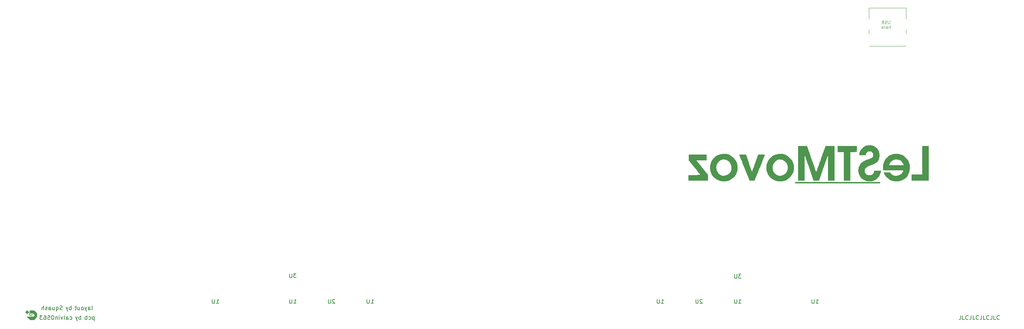
<source format=gbr>
%TF.GenerationSoftware,KiCad,Pcbnew,(7.0.0)*%
%TF.CreationDate,2024-04-29T17:21:40+02:00*%
%TF.ProjectId,LeSTMovoz revision,4c655354-4d6f-4766-9f7a-207265766973,rev?*%
%TF.SameCoordinates,Original*%
%TF.FileFunction,Legend,Bot*%
%TF.FilePolarity,Positive*%
%FSLAX46Y46*%
G04 Gerber Fmt 4.6, Leading zero omitted, Abs format (unit mm)*
G04 Created by KiCad (PCBNEW (7.0.0)) date 2024-04-29 17:21:40*
%MOMM*%
%LPD*%
G01*
G04 APERTURE LIST*
G04 Aperture macros list*
%AMHorizOval*
0 Thick line with rounded ends*
0 $1 width*
0 $2 $3 position (X,Y) of the first rounded end (center of the circle)*
0 $4 $5 position (X,Y) of the second rounded end (center of the circle)*
0 Add line between two ends*
20,1,$1,$2,$3,$4,$5,0*
0 Add two circle primitives to create the rounded ends*
1,1,$1,$2,$3*
1,1,$1,$4,$5*%
G04 Aperture macros list end*
%ADD10C,0.300000*%
%ADD11C,0.150000*%
%ADD12C,0.125000*%
%ADD13C,0.120000*%
%ADD14C,4.400000*%
%ADD15R,1.778000X1.300000*%
%ADD16O,1.778000X1.300000*%
%ADD17C,2.000000*%
%ADD18C,1.400000*%
%ADD19O,1.400000X1.400000*%
%ADD20C,1.710000*%
%ADD21C,1.600000*%
%ADD22C,1.701800*%
%ADD23C,3.987800*%
%ADD24HorizOval,2.300000X0.655008X0.729993X-0.655008X-0.729993X0*%
%ADD25C,2.300000*%
%ADD26HorizOval,2.300000X0.020004X0.290000X-0.020004X-0.290000X0*%
%ADD27C,4.000000*%
%ADD28R,1.600000X1.600000*%
%ADD29O,1.600000X1.600000*%
%ADD30R,2.400000X2.400000*%
%ADD31O,2.400000X2.400000*%
%ADD32R,1.050000X1.500000*%
%ADD33O,1.050000X1.500000*%
%ADD34HorizOval,2.300000X-0.729993X0.655008X0.729993X-0.655008X0*%
%ADD35HorizOval,2.300000X-0.290000X0.020004X0.290000X-0.020004X0*%
%ADD36HorizOval,2.300000X-0.655008X-0.729993X0.655008X0.729993X0*%
%ADD37HorizOval,2.300000X-0.020004X-0.290000X0.020004X0.290000X0*%
%ADD38O,1.000000X1.500000*%
%ADD39C,0.700000*%
%ADD40O,0.900000X1.700000*%
%ADD41O,0.900000X2.400000*%
G04 APERTURE END LIST*
D10*
X214312500Y-64293750D02*
X234950000Y-64293750D01*
D11*
X91344642Y-86679880D02*
X90725595Y-86679880D01*
X90725595Y-86679880D02*
X91058928Y-87060833D01*
X91058928Y-87060833D02*
X90916071Y-87060833D01*
X90916071Y-87060833D02*
X90820833Y-87108452D01*
X90820833Y-87108452D02*
X90773214Y-87156071D01*
X90773214Y-87156071D02*
X90725595Y-87251309D01*
X90725595Y-87251309D02*
X90725595Y-87489404D01*
X90725595Y-87489404D02*
X90773214Y-87584642D01*
X90773214Y-87584642D02*
X90820833Y-87632261D01*
X90820833Y-87632261D02*
X90916071Y-87679880D01*
X90916071Y-87679880D02*
X91201785Y-87679880D01*
X91201785Y-87679880D02*
X91297023Y-87632261D01*
X91297023Y-87632261D02*
X91344642Y-87584642D01*
X90297023Y-86679880D02*
X90297023Y-87489404D01*
X90297023Y-87489404D02*
X90249404Y-87584642D01*
X90249404Y-87584642D02*
X90201785Y-87632261D01*
X90201785Y-87632261D02*
X90106547Y-87679880D01*
X90106547Y-87679880D02*
X89916071Y-87679880D01*
X89916071Y-87679880D02*
X89820833Y-87632261D01*
X89820833Y-87632261D02*
X89773214Y-87584642D01*
X89773214Y-87584642D02*
X89725595Y-87489404D01*
X89725595Y-87489404D02*
X89725595Y-86679880D01*
X100822023Y-93125119D02*
X100774404Y-93077500D01*
X100774404Y-93077500D02*
X100679166Y-93029880D01*
X100679166Y-93029880D02*
X100441071Y-93029880D01*
X100441071Y-93029880D02*
X100345833Y-93077500D01*
X100345833Y-93077500D02*
X100298214Y-93125119D01*
X100298214Y-93125119D02*
X100250595Y-93220357D01*
X100250595Y-93220357D02*
X100250595Y-93315595D01*
X100250595Y-93315595D02*
X100298214Y-93458452D01*
X100298214Y-93458452D02*
X100869642Y-94029880D01*
X100869642Y-94029880D02*
X100250595Y-94029880D01*
X99822023Y-93029880D02*
X99822023Y-93839404D01*
X99822023Y-93839404D02*
X99774404Y-93934642D01*
X99774404Y-93934642D02*
X99726785Y-93982261D01*
X99726785Y-93982261D02*
X99631547Y-94029880D01*
X99631547Y-94029880D02*
X99441071Y-94029880D01*
X99441071Y-94029880D02*
X99345833Y-93982261D01*
X99345833Y-93982261D02*
X99298214Y-93934642D01*
X99298214Y-93934642D02*
X99250595Y-93839404D01*
X99250595Y-93839404D02*
X99250595Y-93029880D01*
X109775595Y-94029880D02*
X110347023Y-94029880D01*
X110061309Y-94029880D02*
X110061309Y-93029880D01*
X110061309Y-93029880D02*
X110156547Y-93172738D01*
X110156547Y-93172738D02*
X110251785Y-93267976D01*
X110251785Y-93267976D02*
X110347023Y-93315595D01*
X109347023Y-93029880D02*
X109347023Y-93839404D01*
X109347023Y-93839404D02*
X109299404Y-93934642D01*
X109299404Y-93934642D02*
X109251785Y-93982261D01*
X109251785Y-93982261D02*
X109156547Y-94029880D01*
X109156547Y-94029880D02*
X108966071Y-94029880D01*
X108966071Y-94029880D02*
X108870833Y-93982261D01*
X108870833Y-93982261D02*
X108823214Y-93934642D01*
X108823214Y-93934642D02*
X108775595Y-93839404D01*
X108775595Y-93839404D02*
X108775595Y-93029880D01*
X181213095Y-94029880D02*
X181784523Y-94029880D01*
X181498809Y-94029880D02*
X181498809Y-93029880D01*
X181498809Y-93029880D02*
X181594047Y-93172738D01*
X181594047Y-93172738D02*
X181689285Y-93267976D01*
X181689285Y-93267976D02*
X181784523Y-93315595D01*
X180784523Y-93029880D02*
X180784523Y-93839404D01*
X180784523Y-93839404D02*
X180736904Y-93934642D01*
X180736904Y-93934642D02*
X180689285Y-93982261D01*
X180689285Y-93982261D02*
X180594047Y-94029880D01*
X180594047Y-94029880D02*
X180403571Y-94029880D01*
X180403571Y-94029880D02*
X180308333Y-93982261D01*
X180308333Y-93982261D02*
X180260714Y-93934642D01*
X180260714Y-93934642D02*
X180213095Y-93839404D01*
X180213095Y-93839404D02*
X180213095Y-93029880D01*
X40953572Y-95617380D02*
X41048810Y-95569761D01*
X41048810Y-95569761D02*
X41096429Y-95474523D01*
X41096429Y-95474523D02*
X41096429Y-94617380D01*
X40144048Y-95617380D02*
X40144048Y-95093571D01*
X40144048Y-95093571D02*
X40191667Y-94998333D01*
X40191667Y-94998333D02*
X40286905Y-94950714D01*
X40286905Y-94950714D02*
X40477381Y-94950714D01*
X40477381Y-94950714D02*
X40572619Y-94998333D01*
X40144048Y-95569761D02*
X40239286Y-95617380D01*
X40239286Y-95617380D02*
X40477381Y-95617380D01*
X40477381Y-95617380D02*
X40572619Y-95569761D01*
X40572619Y-95569761D02*
X40620238Y-95474523D01*
X40620238Y-95474523D02*
X40620238Y-95379285D01*
X40620238Y-95379285D02*
X40572619Y-95284047D01*
X40572619Y-95284047D02*
X40477381Y-95236428D01*
X40477381Y-95236428D02*
X40239286Y-95236428D01*
X40239286Y-95236428D02*
X40144048Y-95188809D01*
X39763095Y-94950714D02*
X39525000Y-95617380D01*
X39286905Y-94950714D02*
X39525000Y-95617380D01*
X39525000Y-95617380D02*
X39620238Y-95855476D01*
X39620238Y-95855476D02*
X39667857Y-95903095D01*
X39667857Y-95903095D02*
X39763095Y-95950714D01*
X38763095Y-95617380D02*
X38858333Y-95569761D01*
X38858333Y-95569761D02*
X38905952Y-95522142D01*
X38905952Y-95522142D02*
X38953571Y-95426904D01*
X38953571Y-95426904D02*
X38953571Y-95141190D01*
X38953571Y-95141190D02*
X38905952Y-95045952D01*
X38905952Y-95045952D02*
X38858333Y-94998333D01*
X38858333Y-94998333D02*
X38763095Y-94950714D01*
X38763095Y-94950714D02*
X38620238Y-94950714D01*
X38620238Y-94950714D02*
X38525000Y-94998333D01*
X38525000Y-94998333D02*
X38477381Y-95045952D01*
X38477381Y-95045952D02*
X38429762Y-95141190D01*
X38429762Y-95141190D02*
X38429762Y-95426904D01*
X38429762Y-95426904D02*
X38477381Y-95522142D01*
X38477381Y-95522142D02*
X38525000Y-95569761D01*
X38525000Y-95569761D02*
X38620238Y-95617380D01*
X38620238Y-95617380D02*
X38763095Y-95617380D01*
X37572619Y-94950714D02*
X37572619Y-95617380D01*
X38001190Y-94950714D02*
X38001190Y-95474523D01*
X38001190Y-95474523D02*
X37953571Y-95569761D01*
X37953571Y-95569761D02*
X37858333Y-95617380D01*
X37858333Y-95617380D02*
X37715476Y-95617380D01*
X37715476Y-95617380D02*
X37620238Y-95569761D01*
X37620238Y-95569761D02*
X37572619Y-95522142D01*
X37239285Y-94950714D02*
X36858333Y-94950714D01*
X37096428Y-94617380D02*
X37096428Y-95474523D01*
X37096428Y-95474523D02*
X37048809Y-95569761D01*
X37048809Y-95569761D02*
X36953571Y-95617380D01*
X36953571Y-95617380D02*
X36858333Y-95617380D01*
X35924999Y-95617380D02*
X35924999Y-94617380D01*
X35924999Y-94998333D02*
X35829761Y-94950714D01*
X35829761Y-94950714D02*
X35639285Y-94950714D01*
X35639285Y-94950714D02*
X35544047Y-94998333D01*
X35544047Y-94998333D02*
X35496428Y-95045952D01*
X35496428Y-95045952D02*
X35448809Y-95141190D01*
X35448809Y-95141190D02*
X35448809Y-95426904D01*
X35448809Y-95426904D02*
X35496428Y-95522142D01*
X35496428Y-95522142D02*
X35544047Y-95569761D01*
X35544047Y-95569761D02*
X35639285Y-95617380D01*
X35639285Y-95617380D02*
X35829761Y-95617380D01*
X35829761Y-95617380D02*
X35924999Y-95569761D01*
X35115475Y-94950714D02*
X34877380Y-95617380D01*
X34639285Y-94950714D02*
X34877380Y-95617380D01*
X34877380Y-95617380D02*
X34972618Y-95855476D01*
X34972618Y-95855476D02*
X35020237Y-95903095D01*
X35020237Y-95903095D02*
X35115475Y-95950714D01*
X33705951Y-95569761D02*
X33563094Y-95617380D01*
X33563094Y-95617380D02*
X33324999Y-95617380D01*
X33324999Y-95617380D02*
X33229761Y-95569761D01*
X33229761Y-95569761D02*
X33182142Y-95522142D01*
X33182142Y-95522142D02*
X33134523Y-95426904D01*
X33134523Y-95426904D02*
X33134523Y-95331666D01*
X33134523Y-95331666D02*
X33182142Y-95236428D01*
X33182142Y-95236428D02*
X33229761Y-95188809D01*
X33229761Y-95188809D02*
X33324999Y-95141190D01*
X33324999Y-95141190D02*
X33515475Y-95093571D01*
X33515475Y-95093571D02*
X33610713Y-95045952D01*
X33610713Y-95045952D02*
X33658332Y-94998333D01*
X33658332Y-94998333D02*
X33705951Y-94903095D01*
X33705951Y-94903095D02*
X33705951Y-94807857D01*
X33705951Y-94807857D02*
X33658332Y-94712619D01*
X33658332Y-94712619D02*
X33610713Y-94665000D01*
X33610713Y-94665000D02*
X33515475Y-94617380D01*
X33515475Y-94617380D02*
X33277380Y-94617380D01*
X33277380Y-94617380D02*
X33134523Y-94665000D01*
X32277380Y-94950714D02*
X32277380Y-95950714D01*
X32277380Y-95569761D02*
X32372618Y-95617380D01*
X32372618Y-95617380D02*
X32563094Y-95617380D01*
X32563094Y-95617380D02*
X32658332Y-95569761D01*
X32658332Y-95569761D02*
X32705951Y-95522142D01*
X32705951Y-95522142D02*
X32753570Y-95426904D01*
X32753570Y-95426904D02*
X32753570Y-95141190D01*
X32753570Y-95141190D02*
X32705951Y-95045952D01*
X32705951Y-95045952D02*
X32658332Y-94998333D01*
X32658332Y-94998333D02*
X32563094Y-94950714D01*
X32563094Y-94950714D02*
X32372618Y-94950714D01*
X32372618Y-94950714D02*
X32277380Y-94998333D01*
X31372618Y-94950714D02*
X31372618Y-95617380D01*
X31801189Y-94950714D02*
X31801189Y-95474523D01*
X31801189Y-95474523D02*
X31753570Y-95569761D01*
X31753570Y-95569761D02*
X31658332Y-95617380D01*
X31658332Y-95617380D02*
X31515475Y-95617380D01*
X31515475Y-95617380D02*
X31420237Y-95569761D01*
X31420237Y-95569761D02*
X31372618Y-95522142D01*
X30467856Y-95617380D02*
X30467856Y-95093571D01*
X30467856Y-95093571D02*
X30515475Y-94998333D01*
X30515475Y-94998333D02*
X30610713Y-94950714D01*
X30610713Y-94950714D02*
X30801189Y-94950714D01*
X30801189Y-94950714D02*
X30896427Y-94998333D01*
X30467856Y-95569761D02*
X30563094Y-95617380D01*
X30563094Y-95617380D02*
X30801189Y-95617380D01*
X30801189Y-95617380D02*
X30896427Y-95569761D01*
X30896427Y-95569761D02*
X30944046Y-95474523D01*
X30944046Y-95474523D02*
X30944046Y-95379285D01*
X30944046Y-95379285D02*
X30896427Y-95284047D01*
X30896427Y-95284047D02*
X30801189Y-95236428D01*
X30801189Y-95236428D02*
X30563094Y-95236428D01*
X30563094Y-95236428D02*
X30467856Y-95188809D01*
X30039284Y-95569761D02*
X29944046Y-95617380D01*
X29944046Y-95617380D02*
X29753570Y-95617380D01*
X29753570Y-95617380D02*
X29658332Y-95569761D01*
X29658332Y-95569761D02*
X29610713Y-95474523D01*
X29610713Y-95474523D02*
X29610713Y-95426904D01*
X29610713Y-95426904D02*
X29658332Y-95331666D01*
X29658332Y-95331666D02*
X29753570Y-95284047D01*
X29753570Y-95284047D02*
X29896427Y-95284047D01*
X29896427Y-95284047D02*
X29991665Y-95236428D01*
X29991665Y-95236428D02*
X30039284Y-95141190D01*
X30039284Y-95141190D02*
X30039284Y-95093571D01*
X30039284Y-95093571D02*
X29991665Y-94998333D01*
X29991665Y-94998333D02*
X29896427Y-94950714D01*
X29896427Y-94950714D02*
X29753570Y-94950714D01*
X29753570Y-94950714D02*
X29658332Y-94998333D01*
X29182141Y-95617380D02*
X29182141Y-94617380D01*
X28753570Y-95617380D02*
X28753570Y-95093571D01*
X28753570Y-95093571D02*
X28801189Y-94998333D01*
X28801189Y-94998333D02*
X28896427Y-94950714D01*
X28896427Y-94950714D02*
X29039284Y-94950714D01*
X29039284Y-94950714D02*
X29134522Y-94998333D01*
X29134522Y-94998333D02*
X29182141Y-95045952D01*
D12*
X237483928Y-24318035D02*
X237483928Y-24925178D01*
X237483928Y-24925178D02*
X237448214Y-24996607D01*
X237448214Y-24996607D02*
X237412500Y-25032321D01*
X237412500Y-25032321D02*
X237341071Y-25068035D01*
X237341071Y-25068035D02*
X237198214Y-25068035D01*
X237198214Y-25068035D02*
X237126785Y-25032321D01*
X237126785Y-25032321D02*
X237091071Y-24996607D01*
X237091071Y-24996607D02*
X237055357Y-24925178D01*
X237055357Y-24925178D02*
X237055357Y-24318035D01*
X236733928Y-25032321D02*
X236626786Y-25068035D01*
X236626786Y-25068035D02*
X236448214Y-25068035D01*
X236448214Y-25068035D02*
X236376786Y-25032321D01*
X236376786Y-25032321D02*
X236341071Y-24996607D01*
X236341071Y-24996607D02*
X236305357Y-24925178D01*
X236305357Y-24925178D02*
X236305357Y-24853750D01*
X236305357Y-24853750D02*
X236341071Y-24782321D01*
X236341071Y-24782321D02*
X236376786Y-24746607D01*
X236376786Y-24746607D02*
X236448214Y-24710892D01*
X236448214Y-24710892D02*
X236591071Y-24675178D01*
X236591071Y-24675178D02*
X236662500Y-24639464D01*
X236662500Y-24639464D02*
X236698214Y-24603750D01*
X236698214Y-24603750D02*
X236733928Y-24532321D01*
X236733928Y-24532321D02*
X236733928Y-24460892D01*
X236733928Y-24460892D02*
X236698214Y-24389464D01*
X236698214Y-24389464D02*
X236662500Y-24353750D01*
X236662500Y-24353750D02*
X236591071Y-24318035D01*
X236591071Y-24318035D02*
X236412500Y-24318035D01*
X236412500Y-24318035D02*
X236305357Y-24353750D01*
X235733928Y-24675178D02*
X235626785Y-24710892D01*
X235626785Y-24710892D02*
X235591071Y-24746607D01*
X235591071Y-24746607D02*
X235555357Y-24818035D01*
X235555357Y-24818035D02*
X235555357Y-24925178D01*
X235555357Y-24925178D02*
X235591071Y-24996607D01*
X235591071Y-24996607D02*
X235626785Y-25032321D01*
X235626785Y-25032321D02*
X235698214Y-25068035D01*
X235698214Y-25068035D02*
X235983928Y-25068035D01*
X235983928Y-25068035D02*
X235983928Y-24318035D01*
X235983928Y-24318035D02*
X235733928Y-24318035D01*
X235733928Y-24318035D02*
X235662500Y-24353750D01*
X235662500Y-24353750D02*
X235626785Y-24389464D01*
X235626785Y-24389464D02*
X235591071Y-24460892D01*
X235591071Y-24460892D02*
X235591071Y-24532321D01*
X235591071Y-24532321D02*
X235626785Y-24603750D01*
X235626785Y-24603750D02*
X235662500Y-24639464D01*
X235662500Y-24639464D02*
X235733928Y-24675178D01*
X235733928Y-24675178D02*
X235983928Y-24675178D01*
X237573213Y-26283035D02*
X237573213Y-25533035D01*
X237251785Y-26283035D02*
X237251785Y-25890178D01*
X237251785Y-25890178D02*
X237287499Y-25818750D01*
X237287499Y-25818750D02*
X237358927Y-25783035D01*
X237358927Y-25783035D02*
X237466070Y-25783035D01*
X237466070Y-25783035D02*
X237537499Y-25818750D01*
X237537499Y-25818750D02*
X237573213Y-25854464D01*
X236608928Y-26247321D02*
X236680356Y-26283035D01*
X236680356Y-26283035D02*
X236823214Y-26283035D01*
X236823214Y-26283035D02*
X236894642Y-26247321D01*
X236894642Y-26247321D02*
X236930356Y-26175892D01*
X236930356Y-26175892D02*
X236930356Y-25890178D01*
X236930356Y-25890178D02*
X236894642Y-25818750D01*
X236894642Y-25818750D02*
X236823214Y-25783035D01*
X236823214Y-25783035D02*
X236680356Y-25783035D01*
X236680356Y-25783035D02*
X236608928Y-25818750D01*
X236608928Y-25818750D02*
X236573214Y-25890178D01*
X236573214Y-25890178D02*
X236573214Y-25961607D01*
X236573214Y-25961607D02*
X236930356Y-26033035D01*
X236251785Y-26283035D02*
X236251785Y-25783035D01*
X236251785Y-25925892D02*
X236216071Y-25854464D01*
X236216071Y-25854464D02*
X236180357Y-25818750D01*
X236180357Y-25818750D02*
X236108928Y-25783035D01*
X236108928Y-25783035D02*
X236037499Y-25783035D01*
X235501785Y-26247321D02*
X235573213Y-26283035D01*
X235573213Y-26283035D02*
X235716071Y-26283035D01*
X235716071Y-26283035D02*
X235787499Y-26247321D01*
X235787499Y-26247321D02*
X235823213Y-26175892D01*
X235823213Y-26175892D02*
X235823213Y-25890178D01*
X235823213Y-25890178D02*
X235787499Y-25818750D01*
X235787499Y-25818750D02*
X235716071Y-25783035D01*
X235716071Y-25783035D02*
X235573213Y-25783035D01*
X235573213Y-25783035D02*
X235501785Y-25818750D01*
X235501785Y-25818750D02*
X235466071Y-25890178D01*
X235466071Y-25890178D02*
X235466071Y-25961607D01*
X235466071Y-25961607D02*
X235823213Y-26033035D01*
D11*
X191309523Y-93125119D02*
X191261904Y-93077500D01*
X191261904Y-93077500D02*
X191166666Y-93029880D01*
X191166666Y-93029880D02*
X190928571Y-93029880D01*
X190928571Y-93029880D02*
X190833333Y-93077500D01*
X190833333Y-93077500D02*
X190785714Y-93125119D01*
X190785714Y-93125119D02*
X190738095Y-93220357D01*
X190738095Y-93220357D02*
X190738095Y-93315595D01*
X190738095Y-93315595D02*
X190785714Y-93458452D01*
X190785714Y-93458452D02*
X191357142Y-94029880D01*
X191357142Y-94029880D02*
X190738095Y-94029880D01*
X190309523Y-93029880D02*
X190309523Y-93839404D01*
X190309523Y-93839404D02*
X190261904Y-93934642D01*
X190261904Y-93934642D02*
X190214285Y-93982261D01*
X190214285Y-93982261D02*
X190119047Y-94029880D01*
X190119047Y-94029880D02*
X189928571Y-94029880D01*
X189928571Y-94029880D02*
X189833333Y-93982261D01*
X189833333Y-93982261D02*
X189785714Y-93934642D01*
X189785714Y-93934642D02*
X189738095Y-93839404D01*
X189738095Y-93839404D02*
X189738095Y-93029880D01*
X90725595Y-94029880D02*
X91297023Y-94029880D01*
X91011309Y-94029880D02*
X91011309Y-93029880D01*
X91011309Y-93029880D02*
X91106547Y-93172738D01*
X91106547Y-93172738D02*
X91201785Y-93267976D01*
X91201785Y-93267976D02*
X91297023Y-93315595D01*
X90297023Y-93029880D02*
X90297023Y-93839404D01*
X90297023Y-93839404D02*
X90249404Y-93934642D01*
X90249404Y-93934642D02*
X90201785Y-93982261D01*
X90201785Y-93982261D02*
X90106547Y-94029880D01*
X90106547Y-94029880D02*
X89916071Y-94029880D01*
X89916071Y-94029880D02*
X89820833Y-93982261D01*
X89820833Y-93982261D02*
X89773214Y-93934642D01*
X89773214Y-93934642D02*
X89725595Y-93839404D01*
X89725595Y-93839404D02*
X89725595Y-93029880D01*
X41572619Y-97331964D02*
X41572619Y-98331964D01*
X41572619Y-97379583D02*
X41477381Y-97331964D01*
X41477381Y-97331964D02*
X41286905Y-97331964D01*
X41286905Y-97331964D02*
X41191667Y-97379583D01*
X41191667Y-97379583D02*
X41144048Y-97427202D01*
X41144048Y-97427202D02*
X41096429Y-97522440D01*
X41096429Y-97522440D02*
X41096429Y-97808154D01*
X41096429Y-97808154D02*
X41144048Y-97903392D01*
X41144048Y-97903392D02*
X41191667Y-97951011D01*
X41191667Y-97951011D02*
X41286905Y-97998630D01*
X41286905Y-97998630D02*
X41477381Y-97998630D01*
X41477381Y-97998630D02*
X41572619Y-97951011D01*
X40239286Y-97951011D02*
X40334524Y-97998630D01*
X40334524Y-97998630D02*
X40525000Y-97998630D01*
X40525000Y-97998630D02*
X40620238Y-97951011D01*
X40620238Y-97951011D02*
X40667857Y-97903392D01*
X40667857Y-97903392D02*
X40715476Y-97808154D01*
X40715476Y-97808154D02*
X40715476Y-97522440D01*
X40715476Y-97522440D02*
X40667857Y-97427202D01*
X40667857Y-97427202D02*
X40620238Y-97379583D01*
X40620238Y-97379583D02*
X40525000Y-97331964D01*
X40525000Y-97331964D02*
X40334524Y-97331964D01*
X40334524Y-97331964D02*
X40239286Y-97379583D01*
X39810714Y-97998630D02*
X39810714Y-96998630D01*
X39810714Y-97379583D02*
X39715476Y-97331964D01*
X39715476Y-97331964D02*
X39525000Y-97331964D01*
X39525000Y-97331964D02*
X39429762Y-97379583D01*
X39429762Y-97379583D02*
X39382143Y-97427202D01*
X39382143Y-97427202D02*
X39334524Y-97522440D01*
X39334524Y-97522440D02*
X39334524Y-97808154D01*
X39334524Y-97808154D02*
X39382143Y-97903392D01*
X39382143Y-97903392D02*
X39429762Y-97951011D01*
X39429762Y-97951011D02*
X39525000Y-97998630D01*
X39525000Y-97998630D02*
X39715476Y-97998630D01*
X39715476Y-97998630D02*
X39810714Y-97951011D01*
X38305952Y-97998630D02*
X38305952Y-96998630D01*
X38305952Y-97379583D02*
X38210714Y-97331964D01*
X38210714Y-97331964D02*
X38020238Y-97331964D01*
X38020238Y-97331964D02*
X37925000Y-97379583D01*
X37925000Y-97379583D02*
X37877381Y-97427202D01*
X37877381Y-97427202D02*
X37829762Y-97522440D01*
X37829762Y-97522440D02*
X37829762Y-97808154D01*
X37829762Y-97808154D02*
X37877381Y-97903392D01*
X37877381Y-97903392D02*
X37925000Y-97951011D01*
X37925000Y-97951011D02*
X38020238Y-97998630D01*
X38020238Y-97998630D02*
X38210714Y-97998630D01*
X38210714Y-97998630D02*
X38305952Y-97951011D01*
X37496428Y-97331964D02*
X37258333Y-97998630D01*
X37020238Y-97331964D02*
X37258333Y-97998630D01*
X37258333Y-97998630D02*
X37353571Y-98236726D01*
X37353571Y-98236726D02*
X37401190Y-98284345D01*
X37401190Y-98284345D02*
X37496428Y-98331964D01*
X35610714Y-97951011D02*
X35705952Y-97998630D01*
X35705952Y-97998630D02*
X35896428Y-97998630D01*
X35896428Y-97998630D02*
X35991666Y-97951011D01*
X35991666Y-97951011D02*
X36039285Y-97903392D01*
X36039285Y-97903392D02*
X36086904Y-97808154D01*
X36086904Y-97808154D02*
X36086904Y-97522440D01*
X36086904Y-97522440D02*
X36039285Y-97427202D01*
X36039285Y-97427202D02*
X35991666Y-97379583D01*
X35991666Y-97379583D02*
X35896428Y-97331964D01*
X35896428Y-97331964D02*
X35705952Y-97331964D01*
X35705952Y-97331964D02*
X35610714Y-97379583D01*
X34753571Y-97998630D02*
X34753571Y-97474821D01*
X34753571Y-97474821D02*
X34801190Y-97379583D01*
X34801190Y-97379583D02*
X34896428Y-97331964D01*
X34896428Y-97331964D02*
X35086904Y-97331964D01*
X35086904Y-97331964D02*
X35182142Y-97379583D01*
X34753571Y-97951011D02*
X34848809Y-97998630D01*
X34848809Y-97998630D02*
X35086904Y-97998630D01*
X35086904Y-97998630D02*
X35182142Y-97951011D01*
X35182142Y-97951011D02*
X35229761Y-97855773D01*
X35229761Y-97855773D02*
X35229761Y-97760535D01*
X35229761Y-97760535D02*
X35182142Y-97665297D01*
X35182142Y-97665297D02*
X35086904Y-97617678D01*
X35086904Y-97617678D02*
X34848809Y-97617678D01*
X34848809Y-97617678D02*
X34753571Y-97570059D01*
X34134523Y-97998630D02*
X34229761Y-97951011D01*
X34229761Y-97951011D02*
X34277380Y-97855773D01*
X34277380Y-97855773D02*
X34277380Y-96998630D01*
X33848808Y-97331964D02*
X33610713Y-97998630D01*
X33610713Y-97998630D02*
X33372618Y-97331964D01*
X32991665Y-97998630D02*
X32991665Y-97331964D01*
X32991665Y-96998630D02*
X33039284Y-97046250D01*
X33039284Y-97046250D02*
X32991665Y-97093869D01*
X32991665Y-97093869D02*
X32944046Y-97046250D01*
X32944046Y-97046250D02*
X32991665Y-96998630D01*
X32991665Y-96998630D02*
X32991665Y-97093869D01*
X32515475Y-97331964D02*
X32515475Y-97998630D01*
X32515475Y-97427202D02*
X32467856Y-97379583D01*
X32467856Y-97379583D02*
X32372618Y-97331964D01*
X32372618Y-97331964D02*
X32229761Y-97331964D01*
X32229761Y-97331964D02*
X32134523Y-97379583D01*
X32134523Y-97379583D02*
X32086904Y-97474821D01*
X32086904Y-97474821D02*
X32086904Y-97998630D01*
X31420237Y-96998630D02*
X31324999Y-96998630D01*
X31324999Y-96998630D02*
X31229761Y-97046250D01*
X31229761Y-97046250D02*
X31182142Y-97093869D01*
X31182142Y-97093869D02*
X31134523Y-97189107D01*
X31134523Y-97189107D02*
X31086904Y-97379583D01*
X31086904Y-97379583D02*
X31086904Y-97617678D01*
X31086904Y-97617678D02*
X31134523Y-97808154D01*
X31134523Y-97808154D02*
X31182142Y-97903392D01*
X31182142Y-97903392D02*
X31229761Y-97951011D01*
X31229761Y-97951011D02*
X31324999Y-97998630D01*
X31324999Y-97998630D02*
X31420237Y-97998630D01*
X31420237Y-97998630D02*
X31515475Y-97951011D01*
X31515475Y-97951011D02*
X31563094Y-97903392D01*
X31563094Y-97903392D02*
X31610713Y-97808154D01*
X31610713Y-97808154D02*
X31658332Y-97617678D01*
X31658332Y-97617678D02*
X31658332Y-97379583D01*
X31658332Y-97379583D02*
X31610713Y-97189107D01*
X31610713Y-97189107D02*
X31563094Y-97093869D01*
X31563094Y-97093869D02*
X31515475Y-97046250D01*
X31515475Y-97046250D02*
X31420237Y-96998630D01*
X30182142Y-96998630D02*
X30658332Y-96998630D01*
X30658332Y-96998630D02*
X30705951Y-97474821D01*
X30705951Y-97474821D02*
X30658332Y-97427202D01*
X30658332Y-97427202D02*
X30563094Y-97379583D01*
X30563094Y-97379583D02*
X30324999Y-97379583D01*
X30324999Y-97379583D02*
X30229761Y-97427202D01*
X30229761Y-97427202D02*
X30182142Y-97474821D01*
X30182142Y-97474821D02*
X30134523Y-97570059D01*
X30134523Y-97570059D02*
X30134523Y-97808154D01*
X30134523Y-97808154D02*
X30182142Y-97903392D01*
X30182142Y-97903392D02*
X30229761Y-97951011D01*
X30229761Y-97951011D02*
X30324999Y-97998630D01*
X30324999Y-97998630D02*
X30563094Y-97998630D01*
X30563094Y-97998630D02*
X30658332Y-97951011D01*
X30658332Y-97951011D02*
X30705951Y-97903392D01*
X29277380Y-96998630D02*
X29467856Y-96998630D01*
X29467856Y-96998630D02*
X29563094Y-97046250D01*
X29563094Y-97046250D02*
X29610713Y-97093869D01*
X29610713Y-97093869D02*
X29705951Y-97236726D01*
X29705951Y-97236726D02*
X29753570Y-97427202D01*
X29753570Y-97427202D02*
X29753570Y-97808154D01*
X29753570Y-97808154D02*
X29705951Y-97903392D01*
X29705951Y-97903392D02*
X29658332Y-97951011D01*
X29658332Y-97951011D02*
X29563094Y-97998630D01*
X29563094Y-97998630D02*
X29372618Y-97998630D01*
X29372618Y-97998630D02*
X29277380Y-97951011D01*
X29277380Y-97951011D02*
X29229761Y-97903392D01*
X29229761Y-97903392D02*
X29182142Y-97808154D01*
X29182142Y-97808154D02*
X29182142Y-97570059D01*
X29182142Y-97570059D02*
X29229761Y-97474821D01*
X29229761Y-97474821D02*
X29277380Y-97427202D01*
X29277380Y-97427202D02*
X29372618Y-97379583D01*
X29372618Y-97379583D02*
X29563094Y-97379583D01*
X29563094Y-97379583D02*
X29658332Y-97427202D01*
X29658332Y-97427202D02*
X29705951Y-97474821D01*
X29705951Y-97474821D02*
X29753570Y-97570059D01*
X28848808Y-96998630D02*
X28229761Y-96998630D01*
X28229761Y-96998630D02*
X28563094Y-97379583D01*
X28563094Y-97379583D02*
X28420237Y-97379583D01*
X28420237Y-97379583D02*
X28324999Y-97427202D01*
X28324999Y-97427202D02*
X28277380Y-97474821D01*
X28277380Y-97474821D02*
X28229761Y-97570059D01*
X28229761Y-97570059D02*
X28229761Y-97808154D01*
X28229761Y-97808154D02*
X28277380Y-97903392D01*
X28277380Y-97903392D02*
X28324999Y-97951011D01*
X28324999Y-97951011D02*
X28420237Y-97998630D01*
X28420237Y-97998630D02*
X28705951Y-97998630D01*
X28705951Y-97998630D02*
X28801189Y-97951011D01*
X28801189Y-97951011D02*
X28848808Y-97903392D01*
X219313095Y-94029880D02*
X219884523Y-94029880D01*
X219598809Y-94029880D02*
X219598809Y-93029880D01*
X219598809Y-93029880D02*
X219694047Y-93172738D01*
X219694047Y-93172738D02*
X219789285Y-93267976D01*
X219789285Y-93267976D02*
X219884523Y-93315595D01*
X218884523Y-93029880D02*
X218884523Y-93839404D01*
X218884523Y-93839404D02*
X218836904Y-93934642D01*
X218836904Y-93934642D02*
X218789285Y-93982261D01*
X218789285Y-93982261D02*
X218694047Y-94029880D01*
X218694047Y-94029880D02*
X218503571Y-94029880D01*
X218503571Y-94029880D02*
X218408333Y-93982261D01*
X218408333Y-93982261D02*
X218360714Y-93934642D01*
X218360714Y-93934642D02*
X218313095Y-93839404D01*
X218313095Y-93839404D02*
X218313095Y-93029880D01*
X200263095Y-94029880D02*
X200834523Y-94029880D01*
X200548809Y-94029880D02*
X200548809Y-93029880D01*
X200548809Y-93029880D02*
X200644047Y-93172738D01*
X200644047Y-93172738D02*
X200739285Y-93267976D01*
X200739285Y-93267976D02*
X200834523Y-93315595D01*
X199834523Y-93029880D02*
X199834523Y-93839404D01*
X199834523Y-93839404D02*
X199786904Y-93934642D01*
X199786904Y-93934642D02*
X199739285Y-93982261D01*
X199739285Y-93982261D02*
X199644047Y-94029880D01*
X199644047Y-94029880D02*
X199453571Y-94029880D01*
X199453571Y-94029880D02*
X199358333Y-93982261D01*
X199358333Y-93982261D02*
X199310714Y-93934642D01*
X199310714Y-93934642D02*
X199263095Y-93839404D01*
X199263095Y-93839404D02*
X199263095Y-93029880D01*
X200882141Y-86822203D02*
X200263094Y-86822203D01*
X200263094Y-86822203D02*
X200596427Y-87203156D01*
X200596427Y-87203156D02*
X200453570Y-87203156D01*
X200453570Y-87203156D02*
X200358332Y-87250775D01*
X200358332Y-87250775D02*
X200310713Y-87298394D01*
X200310713Y-87298394D02*
X200263094Y-87393632D01*
X200263094Y-87393632D02*
X200263094Y-87631727D01*
X200263094Y-87631727D02*
X200310713Y-87726965D01*
X200310713Y-87726965D02*
X200358332Y-87774584D01*
X200358332Y-87774584D02*
X200453570Y-87822203D01*
X200453570Y-87822203D02*
X200739284Y-87822203D01*
X200739284Y-87822203D02*
X200834522Y-87774584D01*
X200834522Y-87774584D02*
X200882141Y-87726965D01*
X199834522Y-86822203D02*
X199834522Y-87631727D01*
X199834522Y-87631727D02*
X199786903Y-87726965D01*
X199786903Y-87726965D02*
X199739284Y-87774584D01*
X199739284Y-87774584D02*
X199644046Y-87822203D01*
X199644046Y-87822203D02*
X199453570Y-87822203D01*
X199453570Y-87822203D02*
X199358332Y-87774584D01*
X199358332Y-87774584D02*
X199310713Y-87726965D01*
X199310713Y-87726965D02*
X199263094Y-87631727D01*
X199263094Y-87631727D02*
X199263094Y-86822203D01*
X254937201Y-96998630D02*
X254937201Y-97712916D01*
X254937201Y-97712916D02*
X254889582Y-97855773D01*
X254889582Y-97855773D02*
X254794344Y-97951011D01*
X254794344Y-97951011D02*
X254651487Y-97998630D01*
X254651487Y-97998630D02*
X254556249Y-97998630D01*
X255889582Y-97998630D02*
X255413392Y-97998630D01*
X255413392Y-97998630D02*
X255413392Y-96998630D01*
X256794344Y-97903392D02*
X256746725Y-97951011D01*
X256746725Y-97951011D02*
X256603868Y-97998630D01*
X256603868Y-97998630D02*
X256508630Y-97998630D01*
X256508630Y-97998630D02*
X256365773Y-97951011D01*
X256365773Y-97951011D02*
X256270535Y-97855773D01*
X256270535Y-97855773D02*
X256222916Y-97760535D01*
X256222916Y-97760535D02*
X256175297Y-97570059D01*
X256175297Y-97570059D02*
X256175297Y-97427202D01*
X256175297Y-97427202D02*
X256222916Y-97236726D01*
X256222916Y-97236726D02*
X256270535Y-97141488D01*
X256270535Y-97141488D02*
X256365773Y-97046250D01*
X256365773Y-97046250D02*
X256508630Y-96998630D01*
X256508630Y-96998630D02*
X256603868Y-96998630D01*
X256603868Y-96998630D02*
X256746725Y-97046250D01*
X256746725Y-97046250D02*
X256794344Y-97093869D01*
X257508630Y-96998630D02*
X257508630Y-97712916D01*
X257508630Y-97712916D02*
X257461011Y-97855773D01*
X257461011Y-97855773D02*
X257365773Y-97951011D01*
X257365773Y-97951011D02*
X257222916Y-97998630D01*
X257222916Y-97998630D02*
X257127678Y-97998630D01*
X258461011Y-97998630D02*
X257984821Y-97998630D01*
X257984821Y-97998630D02*
X257984821Y-96998630D01*
X259365773Y-97903392D02*
X259318154Y-97951011D01*
X259318154Y-97951011D02*
X259175297Y-97998630D01*
X259175297Y-97998630D02*
X259080059Y-97998630D01*
X259080059Y-97998630D02*
X258937202Y-97951011D01*
X258937202Y-97951011D02*
X258841964Y-97855773D01*
X258841964Y-97855773D02*
X258794345Y-97760535D01*
X258794345Y-97760535D02*
X258746726Y-97570059D01*
X258746726Y-97570059D02*
X258746726Y-97427202D01*
X258746726Y-97427202D02*
X258794345Y-97236726D01*
X258794345Y-97236726D02*
X258841964Y-97141488D01*
X258841964Y-97141488D02*
X258937202Y-97046250D01*
X258937202Y-97046250D02*
X259080059Y-96998630D01*
X259080059Y-96998630D02*
X259175297Y-96998630D01*
X259175297Y-96998630D02*
X259318154Y-97046250D01*
X259318154Y-97046250D02*
X259365773Y-97093869D01*
X260080059Y-96998630D02*
X260080059Y-97712916D01*
X260080059Y-97712916D02*
X260032440Y-97855773D01*
X260032440Y-97855773D02*
X259937202Y-97951011D01*
X259937202Y-97951011D02*
X259794345Y-97998630D01*
X259794345Y-97998630D02*
X259699107Y-97998630D01*
X261032440Y-97998630D02*
X260556250Y-97998630D01*
X260556250Y-97998630D02*
X260556250Y-96998630D01*
X261937202Y-97903392D02*
X261889583Y-97951011D01*
X261889583Y-97951011D02*
X261746726Y-97998630D01*
X261746726Y-97998630D02*
X261651488Y-97998630D01*
X261651488Y-97998630D02*
X261508631Y-97951011D01*
X261508631Y-97951011D02*
X261413393Y-97855773D01*
X261413393Y-97855773D02*
X261365774Y-97760535D01*
X261365774Y-97760535D02*
X261318155Y-97570059D01*
X261318155Y-97570059D02*
X261318155Y-97427202D01*
X261318155Y-97427202D02*
X261365774Y-97236726D01*
X261365774Y-97236726D02*
X261413393Y-97141488D01*
X261413393Y-97141488D02*
X261508631Y-97046250D01*
X261508631Y-97046250D02*
X261651488Y-96998630D01*
X261651488Y-96998630D02*
X261746726Y-96998630D01*
X261746726Y-96998630D02*
X261889583Y-97046250D01*
X261889583Y-97046250D02*
X261937202Y-97093869D01*
X262651488Y-96998630D02*
X262651488Y-97712916D01*
X262651488Y-97712916D02*
X262603869Y-97855773D01*
X262603869Y-97855773D02*
X262508631Y-97951011D01*
X262508631Y-97951011D02*
X262365774Y-97998630D01*
X262365774Y-97998630D02*
X262270536Y-97998630D01*
X263603869Y-97998630D02*
X263127679Y-97998630D01*
X263127679Y-97998630D02*
X263127679Y-96998630D01*
X264508631Y-97903392D02*
X264461012Y-97951011D01*
X264461012Y-97951011D02*
X264318155Y-97998630D01*
X264318155Y-97998630D02*
X264222917Y-97998630D01*
X264222917Y-97998630D02*
X264080060Y-97951011D01*
X264080060Y-97951011D02*
X263984822Y-97855773D01*
X263984822Y-97855773D02*
X263937203Y-97760535D01*
X263937203Y-97760535D02*
X263889584Y-97570059D01*
X263889584Y-97570059D02*
X263889584Y-97427202D01*
X263889584Y-97427202D02*
X263937203Y-97236726D01*
X263937203Y-97236726D02*
X263984822Y-97141488D01*
X263984822Y-97141488D02*
X264080060Y-97046250D01*
X264080060Y-97046250D02*
X264222917Y-96998630D01*
X264222917Y-96998630D02*
X264318155Y-96998630D01*
X264318155Y-96998630D02*
X264461012Y-97046250D01*
X264461012Y-97046250D02*
X264508631Y-97093869D01*
X71675595Y-94029880D02*
X72247023Y-94029880D01*
X71961309Y-94029880D02*
X71961309Y-93029880D01*
X71961309Y-93029880D02*
X72056547Y-93172738D01*
X72056547Y-93172738D02*
X72151785Y-93267976D01*
X72151785Y-93267976D02*
X72247023Y-93315595D01*
X71247023Y-93029880D02*
X71247023Y-93839404D01*
X71247023Y-93839404D02*
X71199404Y-93934642D01*
X71199404Y-93934642D02*
X71151785Y-93982261D01*
X71151785Y-93982261D02*
X71056547Y-94029880D01*
X71056547Y-94029880D02*
X70866071Y-94029880D01*
X70866071Y-94029880D02*
X70770833Y-93982261D01*
X70770833Y-93982261D02*
X70723214Y-93934642D01*
X70723214Y-93934642D02*
X70675595Y-93839404D01*
X70675595Y-93839404D02*
X70675595Y-93029880D01*
%TO.C,G\u002A\u002A\u002A*%
G36*
X247076850Y-59481770D02*
G01*
X247076850Y-63753588D01*
X244982175Y-63753588D01*
X242887500Y-63753588D01*
X242887500Y-63011380D01*
X242887500Y-62269173D01*
X244190487Y-62269173D01*
X245493474Y-62269173D01*
X245493474Y-58739562D01*
X245493474Y-55209952D01*
X246285162Y-55209952D01*
X247076850Y-55209952D01*
X247076850Y-59481770D01*
G37*
G36*
X229362824Y-55951562D02*
G01*
X229362824Y-56693173D01*
X228579383Y-56702017D01*
X227795941Y-56710861D01*
X227787545Y-60232224D01*
X227779149Y-63753588D01*
X226987610Y-63753588D01*
X226196071Y-63753588D01*
X226196071Y-60223978D01*
X226196071Y-56694367D01*
X225404383Y-56694367D01*
X224612694Y-56694367D01*
X224612694Y-55952160D01*
X224612694Y-55209952D01*
X226987759Y-55209952D01*
X229362824Y-55209952D01*
X229362824Y-55951562D01*
G37*
G36*
X192417370Y-58046835D02*
G01*
X192417370Y-58739562D01*
X191163863Y-58739562D01*
X191117161Y-58739574D01*
X190839973Y-58740134D01*
X190585775Y-58741465D01*
X190361729Y-58743472D01*
X190175000Y-58746059D01*
X190032752Y-58749129D01*
X189942150Y-58752588D01*
X189910357Y-58756339D01*
X189917838Y-58767542D01*
X189961097Y-58825029D01*
X190039972Y-58927423D01*
X190151151Y-59070492D01*
X190291318Y-59249999D01*
X190457159Y-59461709D01*
X190645358Y-59701388D01*
X190852602Y-59964800D01*
X191075576Y-60247711D01*
X191310965Y-60545884D01*
X192711573Y-62318653D01*
X192712913Y-63036121D01*
X192714253Y-63753588D01*
X190289707Y-63753588D01*
X187865162Y-63753588D01*
X187865162Y-63060861D01*
X187865162Y-62368134D01*
X189366071Y-62368134D01*
X189624902Y-62367865D01*
X189915150Y-62366882D01*
X190178707Y-62365255D01*
X190409026Y-62363061D01*
X190599560Y-62360378D01*
X190743762Y-62357285D01*
X190835085Y-62353860D01*
X190866980Y-62350182D01*
X190857827Y-62336539D01*
X190812159Y-62275745D01*
X190731086Y-62170249D01*
X190617899Y-62024265D01*
X190475885Y-61842002D01*
X190308334Y-61627672D01*
X190118535Y-61385488D01*
X189909776Y-61119660D01*
X189685348Y-60834400D01*
X189448539Y-60533919D01*
X188030097Y-58735608D01*
X188030097Y-58044858D01*
X188030097Y-57354108D01*
X190223733Y-57354108D01*
X192417370Y-57354108D01*
X192417370Y-58046835D01*
G37*
G36*
X206104126Y-57354792D02*
G01*
X206333756Y-57356179D01*
X206507071Y-57359316D01*
X206630107Y-57364501D01*
X206708898Y-57372035D01*
X206749482Y-57382215D01*
X206757893Y-57395341D01*
X206751305Y-57411842D01*
X206721861Y-57485085D01*
X206670492Y-57612662D01*
X206598875Y-57790422D01*
X206508681Y-58014214D01*
X206401586Y-58279884D01*
X206279262Y-58583281D01*
X206143385Y-58920253D01*
X205995627Y-59286650D01*
X205837662Y-59678317D01*
X205671165Y-60091105D01*
X205497809Y-60520861D01*
X205386763Y-60796145D01*
X205217092Y-61216792D01*
X205055131Y-61618365D01*
X204902576Y-61996651D01*
X204761126Y-62347441D01*
X204632477Y-62666523D01*
X204518329Y-62949688D01*
X204420377Y-63192724D01*
X204340319Y-63391421D01*
X204279854Y-63541567D01*
X204240678Y-63638953D01*
X204224489Y-63679367D01*
X204220772Y-63688593D01*
X204207323Y-63712370D01*
X204183817Y-63729502D01*
X204140936Y-63741077D01*
X204069360Y-63748184D01*
X203959769Y-63751912D01*
X203802843Y-63753351D01*
X203589263Y-63753588D01*
X202983160Y-63753588D01*
X201704212Y-60595082D01*
X201564258Y-60249440D01*
X201393475Y-59827633D01*
X201230868Y-59425988D01*
X201078094Y-59048603D01*
X200936814Y-58699579D01*
X200808685Y-58383013D01*
X200695368Y-58103004D01*
X200598519Y-57863651D01*
X200519800Y-57669053D01*
X200460867Y-57523309D01*
X200423381Y-57430517D01*
X200409000Y-57394777D01*
X200412172Y-57384470D01*
X200442215Y-57373933D01*
X200507279Y-57366425D01*
X200613548Y-57361701D01*
X200767209Y-57359518D01*
X200974448Y-57359629D01*
X201241450Y-57361790D01*
X202090164Y-57370601D01*
X202810767Y-59477709D01*
X202877227Y-59671938D01*
X202996316Y-60019420D01*
X203108312Y-60345504D01*
X203211438Y-60645058D01*
X203303920Y-60912953D01*
X203383983Y-61144059D01*
X203449850Y-61333243D01*
X203499746Y-61475377D01*
X203531896Y-61565330D01*
X203544524Y-61597971D01*
X203550285Y-61587340D01*
X203576548Y-61522939D01*
X203622193Y-61404581D01*
X203685372Y-61237240D01*
X203764239Y-61025892D01*
X203856948Y-60775513D01*
X203961652Y-60491077D01*
X204076506Y-60177560D01*
X204199663Y-59839937D01*
X204329277Y-59483184D01*
X205100876Y-57355243D01*
X205937328Y-57354675D01*
X206104126Y-57354792D01*
G37*
G36*
X223853993Y-59481325D02*
G01*
X223853993Y-63753588D01*
X223062469Y-63753588D01*
X222270945Y-63753588D01*
X222262534Y-60563241D01*
X222254123Y-57372894D01*
X221165267Y-60554994D01*
X220076410Y-63737095D01*
X219398001Y-63745993D01*
X218719592Y-63754891D01*
X217635628Y-60569170D01*
X217526117Y-60247638D01*
X217379885Y-59819308D01*
X217240353Y-59411753D01*
X217108967Y-59029142D01*
X216987175Y-58675649D01*
X216876422Y-58355443D01*
X216778157Y-58072695D01*
X216693825Y-57831578D01*
X216624874Y-57636262D01*
X216572751Y-57490918D01*
X216538903Y-57399717D01*
X216524777Y-57366831D01*
X216523034Y-57372459D01*
X216519296Y-57430757D01*
X216515736Y-57548560D01*
X216512391Y-57721414D01*
X216509299Y-57944868D01*
X216506498Y-58214470D01*
X216504024Y-58525769D01*
X216501916Y-58874313D01*
X216500211Y-59255650D01*
X216498946Y-59665328D01*
X216498160Y-60098896D01*
X216497889Y-60551901D01*
X216497889Y-63753588D01*
X215706201Y-63753588D01*
X214914513Y-63753588D01*
X214914513Y-59481770D01*
X214914513Y-55209952D01*
X216016048Y-55209952D01*
X216086222Y-55209959D01*
X216372518Y-55210282D01*
X216600950Y-55211327D01*
X216778187Y-55213439D01*
X216910896Y-55216960D01*
X217005745Y-55222231D01*
X217069403Y-55229596D01*
X217108537Y-55239398D01*
X217129815Y-55251978D01*
X217139905Y-55267679D01*
X217144700Y-55280966D01*
X217169497Y-55351321D01*
X217213670Y-55477383D01*
X217275722Y-55654854D01*
X217354152Y-55879438D01*
X217447462Y-56146837D01*
X217554154Y-56452753D01*
X217672727Y-56792890D01*
X217801684Y-57162950D01*
X217939525Y-57558635D01*
X218084751Y-57975648D01*
X218235864Y-58409692D01*
X218315175Y-58637493D01*
X218463963Y-59064620D01*
X218606371Y-59473144D01*
X218740869Y-59858692D01*
X218865930Y-60216894D01*
X218980025Y-60543379D01*
X219081624Y-60833776D01*
X219169200Y-61083713D01*
X219241222Y-61288820D01*
X219296163Y-61444725D01*
X219332494Y-61547059D01*
X219348686Y-61591449D01*
X219358628Y-61613837D01*
X219372571Y-61630360D01*
X219389372Y-61623689D01*
X219412165Y-61587302D01*
X219444079Y-61514679D01*
X219488245Y-61399298D01*
X219547796Y-61234637D01*
X219625862Y-61014176D01*
X219634753Y-60988965D01*
X219688232Y-60837232D01*
X219760879Y-60631010D01*
X219850455Y-60376661D01*
X219954720Y-60080544D01*
X220071435Y-59749022D01*
X220198362Y-59388454D01*
X220333260Y-59005201D01*
X220473890Y-58605624D01*
X220618014Y-58196083D01*
X220763391Y-57782939D01*
X221662930Y-55226445D01*
X222758462Y-55217754D01*
X223853993Y-55209062D01*
X223853993Y-59481325D01*
G37*
G36*
X213903772Y-60478884D02*
G01*
X213909364Y-60578803D01*
X213876360Y-61022761D01*
X213785306Y-61461337D01*
X213635978Y-61888678D01*
X213428151Y-62298933D01*
X213161600Y-62686249D01*
X212894807Y-62983191D01*
X212554156Y-63277431D01*
X212177908Y-63526447D01*
X211775231Y-63725053D01*
X211355289Y-63868064D01*
X210927249Y-63950296D01*
X210528056Y-63974912D01*
X210064681Y-63947620D01*
X209618083Y-63861829D01*
X209192905Y-63720668D01*
X208793793Y-63527263D01*
X208425391Y-63284742D01*
X208092344Y-62996234D01*
X207799298Y-62664865D01*
X207550895Y-62293764D01*
X207351782Y-61886059D01*
X207206604Y-61444876D01*
X207157488Y-61220224D01*
X207104684Y-60767868D01*
X207106395Y-60578080D01*
X208652344Y-60578080D01*
X208665104Y-60818980D01*
X208695130Y-61041468D01*
X208741462Y-61222669D01*
X208834084Y-61448677D01*
X209011633Y-61761129D01*
X209228226Y-62028279D01*
X209479486Y-62245861D01*
X209761034Y-62409610D01*
X210068492Y-62515263D01*
X210177037Y-62537469D01*
X210515986Y-62564117D01*
X210848736Y-62527279D01*
X211168590Y-62428798D01*
X211468845Y-62270520D01*
X211742802Y-62054290D01*
X211790926Y-62007609D01*
X211988998Y-61780487D01*
X212143238Y-61532100D01*
X212267408Y-61241119D01*
X212303970Y-61130634D01*
X212329679Y-61025927D01*
X212345144Y-60913278D01*
X212352976Y-60773357D01*
X212355787Y-60586835D01*
X212355798Y-60478884D01*
X212351482Y-60310006D01*
X212339649Y-60177462D01*
X212318155Y-60061805D01*
X212284857Y-59943588D01*
X212188373Y-59695214D01*
X212020876Y-59399955D01*
X211812565Y-59141381D01*
X211570185Y-58923632D01*
X211300480Y-58750848D01*
X211010194Y-58627167D01*
X210706070Y-58556731D01*
X210394853Y-58543678D01*
X210083286Y-58592149D01*
X209951941Y-58632826D01*
X209663804Y-58768542D01*
X209396659Y-58957521D01*
X209158281Y-59191440D01*
X208956444Y-59461981D01*
X208798923Y-59760820D01*
X208693492Y-60079638D01*
X208682463Y-60132551D01*
X208657810Y-60341645D01*
X208652344Y-60578080D01*
X207106395Y-60578080D01*
X207108810Y-60310332D01*
X207168722Y-59858947D01*
X207283276Y-59425043D01*
X207451330Y-59019952D01*
X207683090Y-58624186D01*
X207961516Y-58265946D01*
X208276628Y-57955342D01*
X208623126Y-57693138D01*
X208995709Y-57480098D01*
X209389078Y-57316987D01*
X209797933Y-57204566D01*
X210216973Y-57143601D01*
X210640900Y-57134856D01*
X211064412Y-57179092D01*
X211482211Y-57277076D01*
X211888995Y-57429570D01*
X212279465Y-57637338D01*
X212648321Y-57901144D01*
X212990263Y-58221752D01*
X213211497Y-58483069D01*
X213465374Y-58866169D01*
X213662323Y-59273144D01*
X213802121Y-59698143D01*
X213884543Y-60135313D01*
X213903772Y-60478884D01*
G37*
G36*
X200049227Y-60478884D02*
G01*
X200054819Y-60578803D01*
X200021815Y-61022761D01*
X199930761Y-61461337D01*
X199781432Y-61888678D01*
X199573605Y-62298933D01*
X199307054Y-62686249D01*
X199040262Y-62983191D01*
X198699610Y-63277431D01*
X198323363Y-63526447D01*
X197920686Y-63725053D01*
X197500744Y-63868064D01*
X197072703Y-63950296D01*
X196673510Y-63974912D01*
X196210136Y-63947620D01*
X195763537Y-63861829D01*
X195338360Y-63720668D01*
X194939248Y-63527263D01*
X194570846Y-63284742D01*
X194237799Y-62996234D01*
X193944752Y-62664865D01*
X193696350Y-62293764D01*
X193497237Y-61886059D01*
X193352058Y-61444876D01*
X193302942Y-61220224D01*
X193250139Y-60767868D01*
X193251850Y-60578080D01*
X194797799Y-60578080D01*
X194810559Y-60818980D01*
X194840585Y-61041468D01*
X194886917Y-61222669D01*
X194979538Y-61448677D01*
X195157087Y-61761129D01*
X195373681Y-62028279D01*
X195624941Y-62245861D01*
X195906489Y-62409610D01*
X196213946Y-62515263D01*
X196322491Y-62537469D01*
X196661440Y-62564117D01*
X196994191Y-62527279D01*
X197314044Y-62428798D01*
X197614299Y-62270520D01*
X197888257Y-62054290D01*
X197936381Y-62007609D01*
X198134453Y-61780487D01*
X198288693Y-61532100D01*
X198412863Y-61241119D01*
X198449425Y-61130634D01*
X198475133Y-61025927D01*
X198490598Y-60913278D01*
X198498431Y-60773357D01*
X198501242Y-60586835D01*
X198501252Y-60478884D01*
X198496936Y-60310006D01*
X198485103Y-60177462D01*
X198463610Y-60061805D01*
X198430311Y-59943588D01*
X198333827Y-59695214D01*
X198166330Y-59399955D01*
X197958020Y-59141381D01*
X197715640Y-58923632D01*
X197445935Y-58750848D01*
X197155649Y-58627167D01*
X196851525Y-58556731D01*
X196540307Y-58543678D01*
X196228741Y-58592149D01*
X196097395Y-58632826D01*
X195809258Y-58768542D01*
X195542113Y-58957521D01*
X195303735Y-59191440D01*
X195101898Y-59461981D01*
X194944377Y-59760820D01*
X194838947Y-60079638D01*
X194827917Y-60132551D01*
X194803265Y-60341645D01*
X194797799Y-60578080D01*
X193251850Y-60578080D01*
X193254264Y-60310332D01*
X193314176Y-59858947D01*
X193428731Y-59425043D01*
X193596785Y-59019952D01*
X193828545Y-58624186D01*
X194106971Y-58265946D01*
X194422083Y-57955342D01*
X194768580Y-57693138D01*
X195141163Y-57480098D01*
X195534532Y-57316987D01*
X195943387Y-57204566D01*
X196362428Y-57143601D01*
X196786355Y-57134856D01*
X197209867Y-57179092D01*
X197627665Y-57277076D01*
X198034449Y-57429570D01*
X198424920Y-57637338D01*
X198793776Y-57901144D01*
X199135718Y-58221752D01*
X199356952Y-58483069D01*
X199610828Y-58866169D01*
X199807778Y-59273144D01*
X199947576Y-59698143D01*
X200029998Y-60135313D01*
X200049227Y-60478884D01*
G37*
G36*
X242424349Y-59993069D02*
G01*
X242442743Y-60085812D01*
X242474481Y-60535165D01*
X242450249Y-60983216D01*
X242370480Y-61423721D01*
X242235604Y-61850434D01*
X242046054Y-62257111D01*
X241802261Y-62637505D01*
X241504658Y-62985373D01*
X241226758Y-63235663D01*
X240853023Y-63493986D01*
X240443503Y-63701883D01*
X240005656Y-63855673D01*
X239546939Y-63951676D01*
X239317648Y-63971936D01*
X238984010Y-63969018D01*
X238637867Y-63934746D01*
X238303558Y-63871788D01*
X238005422Y-63782809D01*
X237674119Y-63636627D01*
X237312825Y-63422969D01*
X236976381Y-63166703D01*
X236673001Y-62875815D01*
X236410897Y-62558289D01*
X236198286Y-62222113D01*
X236043380Y-61875271D01*
X235996141Y-61741380D01*
X236811851Y-61741380D01*
X237627562Y-61741380D01*
X237689878Y-61857095D01*
X237724072Y-61911815D01*
X237830501Y-62040250D01*
X237968324Y-62172775D01*
X238118794Y-62292244D01*
X238263166Y-62381510D01*
X238519667Y-62482534D01*
X238824782Y-62547023D01*
X239144609Y-62564720D01*
X239460595Y-62533274D01*
X239508988Y-62523129D01*
X239740917Y-62446933D01*
X239981160Y-62329372D01*
X240207959Y-62182389D01*
X240399554Y-62017927D01*
X240491542Y-61914067D01*
X240593848Y-61778063D01*
X240689065Y-61633097D01*
X240768206Y-61493910D01*
X240822282Y-61375241D01*
X240842305Y-61291832D01*
X240841777Y-61289589D01*
X240828012Y-61281270D01*
X240792576Y-61273979D01*
X240731443Y-61267629D01*
X240640584Y-61262133D01*
X240515973Y-61257405D01*
X240353580Y-61253358D01*
X240149380Y-61249905D01*
X239899343Y-61246961D01*
X239599444Y-61244438D01*
X239245653Y-61242251D01*
X238833943Y-61240313D01*
X238360287Y-61238537D01*
X235878269Y-61230082D01*
X235838320Y-61015666D01*
X235809971Y-60814623D01*
X235795593Y-60451218D01*
X235820856Y-60072272D01*
X235842023Y-59947063D01*
X237378669Y-59947063D01*
X237380522Y-59952222D01*
X237397927Y-59961692D01*
X237437645Y-59969628D01*
X237504529Y-59976156D01*
X237603429Y-59981403D01*
X237739195Y-59985495D01*
X237916679Y-59988559D01*
X238140732Y-59990722D01*
X238416205Y-59992110D01*
X238747949Y-59992850D01*
X239140815Y-59993069D01*
X240902961Y-59993069D01*
X240869814Y-59869367D01*
X240813723Y-59700148D01*
X240676678Y-59423589D01*
X240495179Y-59167868D01*
X240280387Y-58947722D01*
X240043461Y-58777892D01*
X239904124Y-58709034D01*
X239644690Y-58619934D01*
X239361747Y-58562188D01*
X239079154Y-58541640D01*
X239014217Y-58542580D01*
X238670593Y-58581576D01*
X238357725Y-58676603D01*
X238078868Y-58825994D01*
X237837277Y-59028081D01*
X237636206Y-59281194D01*
X237626762Y-59296137D01*
X237557824Y-59422523D01*
X237490905Y-59570564D01*
X237433645Y-59720505D01*
X237393686Y-59852589D01*
X237378669Y-59947063D01*
X235842023Y-59947063D01*
X235883868Y-59699541D01*
X235982735Y-59354784D01*
X236163061Y-58934736D01*
X236399794Y-58533931D01*
X236680649Y-58178055D01*
X237001584Y-57869607D01*
X237358558Y-57611083D01*
X237747528Y-57404983D01*
X238164453Y-57253803D01*
X238605292Y-57160043D01*
X239066001Y-57126198D01*
X239542540Y-57154769D01*
X239738094Y-57184492D01*
X240166052Y-57290590D01*
X240573820Y-57453061D01*
X240974253Y-57676589D01*
X241036289Y-57718977D01*
X241194058Y-57844111D01*
X241367073Y-57999733D01*
X241539106Y-58170105D01*
X241693928Y-58339493D01*
X241815314Y-58492160D01*
X242007393Y-58792396D01*
X242209631Y-59208183D01*
X242354604Y-59641403D01*
X242424349Y-59993069D01*
G37*
G36*
X232775975Y-55063557D02*
G01*
X232912969Y-55068086D01*
X233019372Y-55077678D01*
X233110157Y-55094068D01*
X233200299Y-55118992D01*
X233304772Y-55154187D01*
X233510275Y-55235466D01*
X233866895Y-55426704D01*
X234179515Y-55663005D01*
X234445564Y-55939559D01*
X234662473Y-56251561D01*
X234827670Y-56594202D01*
X234938585Y-56962676D01*
X234992649Y-57352175D01*
X234987291Y-57757893D01*
X234919940Y-58175021D01*
X234904653Y-58234529D01*
X234791893Y-58532246D01*
X234625246Y-58822713D01*
X234414368Y-59093184D01*
X234168913Y-59330917D01*
X233898539Y-59523165D01*
X233825177Y-59562333D01*
X233688608Y-59627550D01*
X233510855Y-59707316D01*
X233303165Y-59796713D01*
X233076783Y-59890825D01*
X232842954Y-59984733D01*
X232645221Y-60063973D01*
X232422404Y-60156314D01*
X232218824Y-60243839D01*
X232045085Y-60321878D01*
X231911790Y-60385764D01*
X231829542Y-60430829D01*
X231783442Y-60461804D01*
X231589547Y-60635004D01*
X231451697Y-60842414D01*
X231369371Y-61085036D01*
X231342045Y-61363869D01*
X231363801Y-61585535D01*
X231442409Y-61823770D01*
X231572818Y-62030917D01*
X231749224Y-62201564D01*
X231965825Y-62330300D01*
X232216818Y-62411715D01*
X232496402Y-62440396D01*
X232742494Y-62419302D01*
X232994378Y-62342964D01*
X233209108Y-62213364D01*
X233383576Y-62033066D01*
X233514674Y-61804635D01*
X233599291Y-61530635D01*
X233640397Y-61329043D01*
X234475056Y-61320220D01*
X235309715Y-61311397D01*
X235287102Y-61534635D01*
X235223551Y-61900138D01*
X235097394Y-62278886D01*
X234916382Y-62630080D01*
X234684827Y-62949382D01*
X234407043Y-63232454D01*
X234087344Y-63474957D01*
X233730041Y-63672553D01*
X233339449Y-63820904D01*
X232919882Y-63915671D01*
X232858562Y-63923779D01*
X232605139Y-63937154D01*
X232322184Y-63926515D01*
X232034064Y-63893466D01*
X231765149Y-63839614D01*
X231537770Y-63772518D01*
X231151675Y-63609967D01*
X230805519Y-63398579D01*
X230502643Y-63141921D01*
X230246390Y-62843557D01*
X230040104Y-62507052D01*
X229887127Y-62135971D01*
X229790802Y-61733881D01*
X229770920Y-61559772D01*
X229761098Y-61318919D01*
X229765778Y-61063009D01*
X229783966Y-60812089D01*
X229814663Y-60586205D01*
X229856873Y-60405406D01*
X229944703Y-60171711D01*
X230128619Y-59830203D01*
X230365911Y-59517832D01*
X230650113Y-59242655D01*
X230974759Y-59012725D01*
X231085838Y-58951740D01*
X231293062Y-58853345D01*
X231550864Y-58744309D01*
X231851389Y-58627908D01*
X232186782Y-58507416D01*
X232262758Y-58480768D01*
X232444436Y-58414782D01*
X232611070Y-58351326D01*
X232746817Y-58296524D01*
X232835833Y-58256501D01*
X232952584Y-58188833D01*
X233122014Y-58057046D01*
X233256783Y-57909256D01*
X233341918Y-57760146D01*
X233378790Y-57620142D01*
X233397634Y-57430462D01*
X233390675Y-57239379D01*
X233357221Y-57077653D01*
X233325326Y-57003960D01*
X233218686Y-56848703D01*
X233073832Y-56710042D01*
X232908928Y-56607046D01*
X232777670Y-56560243D01*
X232556278Y-56529310D01*
X232326811Y-56545312D01*
X232109274Y-56606163D01*
X231923673Y-56709776D01*
X231911516Y-56719656D01*
X231832725Y-56805817D01*
X231751100Y-56924221D01*
X231678268Y-57054445D01*
X231625856Y-57176066D01*
X231605491Y-57268662D01*
X231601868Y-57319545D01*
X231585150Y-57411835D01*
X231565260Y-57486056D01*
X230760925Y-57486056D01*
X229956591Y-57486056D01*
X229957741Y-57411835D01*
X229957869Y-57407462D01*
X229965286Y-57334016D01*
X229981635Y-57220725D01*
X230003686Y-57090211D01*
X230099946Y-56716378D01*
X230256359Y-56357575D01*
X230471023Y-56029120D01*
X230745159Y-55728773D01*
X230827298Y-55654009D01*
X231084487Y-55456181D01*
X231363973Y-55297931D01*
X231686793Y-55166701D01*
X231752513Y-55144155D01*
X231856155Y-55111322D01*
X231948418Y-55088776D01*
X232044773Y-55074564D01*
X232160688Y-55066732D01*
X232311635Y-55063329D01*
X232513084Y-55062401D01*
X232593415Y-55062353D01*
X232775975Y-55063557D01*
G37*
D13*
%TO.C,J1*%
X232318179Y-21188750D02*
X241508179Y-21188750D01*
X232318179Y-23918750D02*
X232318179Y-21188750D01*
X232318179Y-27518750D02*
X232318179Y-26618750D01*
X232438179Y-30598750D02*
X241388179Y-30598750D01*
X241508179Y-23918750D02*
X241508179Y-21188750D01*
X241508179Y-27518750D02*
X241508179Y-26618750D01*
%TO.C,G\u002A\u002A\u002A*%
G36*
X25860750Y-96809500D02*
G01*
X25746764Y-96923500D01*
X25591764Y-96923500D01*
X25436764Y-96923500D01*
X25550750Y-96809500D01*
X25664737Y-96695500D01*
X25819737Y-96695500D01*
X25974737Y-96695500D01*
X25860750Y-96809500D01*
G37*
G36*
X26252750Y-96923500D02*
G01*
X26024757Y-97151500D01*
X25871254Y-97151500D01*
X25866811Y-97151499D01*
X25842615Y-97151473D01*
X25819669Y-97151412D01*
X25798278Y-97151318D01*
X25778747Y-97151195D01*
X25761383Y-97151045D01*
X25746490Y-97150872D01*
X25734375Y-97150678D01*
X25725343Y-97150467D01*
X25719700Y-97150241D01*
X25717750Y-97150003D01*
X25718433Y-97149204D01*
X25721713Y-97145762D01*
X25727568Y-97139750D01*
X25735850Y-97131318D01*
X25746408Y-97120618D01*
X25759093Y-97107799D01*
X25773755Y-97093014D01*
X25790244Y-97076412D01*
X25808411Y-97058144D01*
X25828105Y-97038362D01*
X25849177Y-97017215D01*
X25871476Y-96994855D01*
X25894855Y-96971433D01*
X25919162Y-96947098D01*
X25944247Y-96922003D01*
X26170744Y-96695500D01*
X26325744Y-96695500D01*
X26480744Y-96695500D01*
X26252750Y-96923500D01*
G37*
G36*
X27176249Y-96138998D02*
G01*
X27567751Y-96530496D01*
X27567751Y-96923496D01*
X27567750Y-97316496D01*
X27176252Y-97707998D01*
X26784754Y-98099500D01*
X26293750Y-98099500D01*
X25802747Y-98099500D01*
X25410750Y-97707500D01*
X25018754Y-97315500D01*
X25802756Y-97315500D01*
X26586758Y-97315500D01*
X26782750Y-97119500D01*
X26978743Y-96923500D01*
X26782750Y-96727500D01*
X26586758Y-96531499D01*
X26003254Y-96531500D01*
X25962545Y-96531496D01*
X25915377Y-96531485D01*
X25869388Y-96531466D01*
X25824734Y-96531440D01*
X25781572Y-96531406D01*
X25740058Y-96531365D01*
X25700349Y-96531318D01*
X25662603Y-96531265D01*
X25626975Y-96531205D01*
X25593623Y-96531140D01*
X25562704Y-96531070D01*
X25534373Y-96530995D01*
X25508789Y-96530916D01*
X25486107Y-96530832D01*
X25466485Y-96530744D01*
X25450078Y-96530653D01*
X25437045Y-96530558D01*
X25427541Y-96530461D01*
X25421724Y-96530361D01*
X25419750Y-96530259D01*
X25421138Y-96527498D01*
X25425080Y-96522318D01*
X25431238Y-96515067D01*
X25439275Y-96506092D01*
X25448854Y-96495738D01*
X25459636Y-96484353D01*
X25471285Y-96472283D01*
X25483463Y-96459875D01*
X25495833Y-96447475D01*
X25508058Y-96435431D01*
X25519799Y-96424088D01*
X25530720Y-96413794D01*
X25540483Y-96404895D01*
X25548750Y-96397737D01*
X25580099Y-96372554D01*
X25630242Y-96336032D01*
X25681861Y-96302976D01*
X25735194Y-96273267D01*
X25790480Y-96246782D01*
X25847960Y-96223403D01*
X25907872Y-96203008D01*
X25970455Y-96185478D01*
X25976380Y-96183955D01*
X25985575Y-96181461D01*
X25992730Y-96179347D01*
X25997229Y-96177800D01*
X25998455Y-96177007D01*
X25996820Y-96176398D01*
X25992094Y-96175075D01*
X25985750Y-96173545D01*
X25979883Y-96172172D01*
X25964958Y-96168392D01*
X25947806Y-96163744D01*
X25929484Y-96158532D01*
X25911054Y-96153062D01*
X25893572Y-96147638D01*
X25878100Y-96142564D01*
X25870024Y-96139783D01*
X25811046Y-96117209D01*
X25753903Y-96091304D01*
X25698851Y-96062203D01*
X25646148Y-96030041D01*
X25596053Y-95994953D01*
X25594256Y-95993605D01*
X25586524Y-95987796D01*
X25580128Y-95982972D01*
X25575692Y-95979604D01*
X25573837Y-95978163D01*
X25574083Y-95977788D01*
X25576592Y-95975017D01*
X25581626Y-95969734D01*
X25588977Y-95962150D01*
X25598438Y-95952477D01*
X25609800Y-95940927D01*
X25622854Y-95927711D01*
X25637393Y-95913041D01*
X25653207Y-95897128D01*
X25670089Y-95880184D01*
X25687831Y-95862419D01*
X25802737Y-95747500D01*
X26293742Y-95747500D01*
X26784747Y-95747500D01*
X27176249Y-96138998D01*
G37*
G36*
X25106856Y-95544521D02*
G01*
X25116026Y-95580058D01*
X25133553Y-95635976D01*
X25154372Y-95689701D01*
X25178538Y-95741358D01*
X25206109Y-95791076D01*
X25237139Y-95838981D01*
X25255093Y-95863732D01*
X25290527Y-95907473D01*
X25328847Y-95948700D01*
X25369833Y-95987259D01*
X25413261Y-96022996D01*
X25458912Y-96055758D01*
X25506564Y-96085390D01*
X25555995Y-96111738D01*
X25606984Y-96134649D01*
X25659310Y-96153970D01*
X25712750Y-96169545D01*
X25715003Y-96170118D01*
X25724460Y-96172604D01*
X25732332Y-96174796D01*
X25737853Y-96176474D01*
X25740256Y-96177418D01*
X25739805Y-96178020D01*
X25736347Y-96179438D01*
X25730248Y-96181294D01*
X25722256Y-96183345D01*
X25704198Y-96187932D01*
X25668578Y-96198512D01*
X25631983Y-96211235D01*
X25595633Y-96225662D01*
X25560750Y-96241354D01*
X25523575Y-96260350D01*
X25474520Y-96289223D01*
X25427706Y-96321270D01*
X25383279Y-96356326D01*
X25341384Y-96394228D01*
X25302165Y-96434813D01*
X25265768Y-96477917D01*
X25232339Y-96523377D01*
X25202021Y-96571029D01*
X25174961Y-96620709D01*
X25151303Y-96672253D01*
X25131192Y-96725500D01*
X25128539Y-96733446D01*
X25125487Y-96742942D01*
X25122524Y-96752670D01*
X25119440Y-96763359D01*
X25116026Y-96775740D01*
X25112070Y-96790544D01*
X25107365Y-96808500D01*
X25106975Y-96809977D01*
X25106189Y-96812425D01*
X25105418Y-96813106D01*
X25104466Y-96811597D01*
X25103133Y-96807476D01*
X25101221Y-96800320D01*
X25098531Y-96789707D01*
X25097502Y-96785722D01*
X25093984Y-96772952D01*
X25089746Y-96758457D01*
X25085231Y-96743735D01*
X25080885Y-96730279D01*
X25066049Y-96689401D01*
X25043392Y-96636999D01*
X25017400Y-96586597D01*
X24988215Y-96538323D01*
X24955978Y-96492311D01*
X24920830Y-96448692D01*
X24882912Y-96407597D01*
X24842364Y-96369157D01*
X24799328Y-96333505D01*
X24753944Y-96300771D01*
X24706354Y-96271087D01*
X24656699Y-96244585D01*
X24605119Y-96221396D01*
X24551756Y-96201652D01*
X24496750Y-96185483D01*
X24490399Y-96183810D01*
X24481425Y-96181279D01*
X24474609Y-96179141D01*
X24470525Y-96177581D01*
X24469750Y-96176784D01*
X24469903Y-96176736D01*
X24473277Y-96175800D01*
X24479594Y-96174139D01*
X24488009Y-96171973D01*
X24497676Y-96169522D01*
X24519599Y-96163634D01*
X24569303Y-96147608D01*
X24618701Y-96128068D01*
X24667168Y-96105319D01*
X24714082Y-96079668D01*
X24758817Y-96051420D01*
X24800750Y-96020882D01*
X24820170Y-96005082D01*
X24844145Y-95984138D01*
X24868126Y-95961753D01*
X24891236Y-95938775D01*
X24912602Y-95916049D01*
X24931348Y-95894424D01*
X24946664Y-95875298D01*
X24980738Y-95828237D01*
X25011411Y-95779111D01*
X25038617Y-95728051D01*
X25062289Y-95675187D01*
X25082361Y-95620648D01*
X25098768Y-95564565D01*
X25099936Y-95560036D01*
X25102335Y-95551106D01*
X25104060Y-95545501D01*
X25105278Y-95542809D01*
X25106155Y-95542619D01*
X25106856Y-95544521D01*
G37*
%TD*%
%LPC*%
D14*
%TO.C,*%
X55137500Y-42862500D03*
%TD*%
D15*
%TO.C,D6*%
X159543749Y-31749999D03*
D16*
X165543749Y-31749999D03*
%TD*%
D17*
%TO.C,SW2*%
X147962500Y-89825000D03*
X154462500Y-89825000D03*
X147962500Y-94325000D03*
X154462500Y-94325000D03*
%TD*%
D18*
%TO.C,R4*%
X135478264Y-84517916D03*
D19*
X143098263Y-84517915D03*
%TD*%
D20*
%TO.C,F1*%
X155743750Y-34934000D03*
X150643750Y-34934000D03*
%TD*%
D21*
%TO.C,C9*%
X152400000Y-62396757D03*
X152400000Y-57396757D03*
%TD*%
D22*
%TO.C,MX24*%
X85407500Y-71437500D03*
D23*
X90487500Y-71437500D03*
D22*
X95567500Y-71437500D03*
D24*
X87332507Y-68167506D03*
D25*
X87987500Y-67437500D03*
D26*
X93007503Y-66647499D03*
D25*
X93027500Y-66357500D03*
%TD*%
D22*
%TO.C,MX10*%
X252095000Y-33337500D03*
D23*
X257175000Y-33337500D03*
D22*
X262255000Y-33337500D03*
D24*
X254020007Y-30067506D03*
D25*
X254675000Y-29337500D03*
D26*
X259695003Y-28547499D03*
D25*
X259715000Y-28257500D03*
%TD*%
D18*
%TO.C,R1*%
X136725000Y-34290000D03*
D19*
X136724999Y-41909999D03*
%TD*%
D22*
%TO.C,MX19*%
X233045000Y-52387500D03*
D23*
X238125000Y-52387500D03*
D22*
X243205000Y-52387500D03*
D24*
X234970007Y-49117506D03*
D25*
X235625000Y-48387500D03*
D26*
X240645003Y-47597499D03*
D25*
X240665000Y-47307500D03*
%TD*%
D22*
%TO.C,MX5*%
X104457500Y-33337500D03*
D23*
X109537500Y-33337500D03*
D22*
X114617500Y-33337500D03*
D24*
X106382507Y-30067506D03*
D25*
X107037500Y-29337500D03*
D26*
X112057503Y-28547499D03*
D25*
X112077500Y-28257500D03*
%TD*%
D22*
%TO.C,MX6*%
X175895000Y-33337500D03*
D23*
X180975000Y-33337500D03*
D22*
X186055000Y-33337500D03*
D24*
X177820007Y-30067506D03*
D25*
X178475000Y-29337500D03*
D26*
X183495003Y-28547499D03*
D25*
X183515000Y-28257500D03*
%TD*%
D15*
%TO.C,D4*%
X128412499Y-34924999D03*
D16*
X122412499Y-34924999D03*
%TD*%
D22*
%TO.C,MX21*%
X28257500Y-71437500D03*
D23*
X33337500Y-71437500D03*
D22*
X38417500Y-71437500D03*
D24*
X30182507Y-68167506D03*
D25*
X30837500Y-67437500D03*
D26*
X35857503Y-66647499D03*
D25*
X35877500Y-66357500D03*
%TD*%
D14*
%TO.C,H6*%
X234387500Y-40736500D03*
%TD*%
D27*
%TO.C,S1*%
X202406250Y-97472500D03*
D23*
X202406250Y-82232500D03*
D27*
X178593750Y-97472500D03*
D23*
X178593750Y-82232500D03*
%TD*%
D21*
%TO.C,C6*%
X136475000Y-62396757D03*
X136475000Y-57396757D03*
%TD*%
D22*
%TO.C,MX4*%
X85407500Y-33337500D03*
D23*
X90487500Y-33337500D03*
D22*
X95567500Y-33337500D03*
D24*
X87332507Y-30067506D03*
D25*
X87987500Y-29337500D03*
D26*
X93007503Y-28547499D03*
D25*
X93027500Y-28257500D03*
%TD*%
D21*
%TO.C,C7*%
X138224728Y-79368071D03*
X133224728Y-79368071D03*
%TD*%
D22*
%TO.C,MX37*%
X175895000Y-90487500D03*
D23*
X180975000Y-90487500D03*
D22*
X186055000Y-90487500D03*
D24*
X177820007Y-87217506D03*
D25*
X178475000Y-86487500D03*
D26*
X183495003Y-85697499D03*
D25*
X183515000Y-85407500D03*
%TD*%
D22*
%TO.C,MX20*%
X252095000Y-52387500D03*
D23*
X257175000Y-52387500D03*
D22*
X262255000Y-52387500D03*
D24*
X254020007Y-49117506D03*
D25*
X254675000Y-48387500D03*
D26*
X259695003Y-47597499D03*
D25*
X259715000Y-47307500D03*
%TD*%
D27*
%TO.C,S2*%
X219075000Y-97472500D03*
D23*
X219075000Y-82232500D03*
D27*
X180975000Y-97472500D03*
D23*
X180975000Y-82232500D03*
%TD*%
D15*
%TO.C,D12*%
X130793749Y-50799999D03*
D16*
X124793749Y-50799999D03*
%TD*%
D22*
%TO.C,MX27*%
X194945000Y-71437500D03*
D23*
X200025000Y-71437500D03*
D22*
X205105000Y-71437500D03*
D24*
X196870007Y-68167506D03*
D25*
X197525000Y-67437500D03*
D26*
X202545003Y-66647499D03*
D25*
X202565000Y-66357500D03*
%TD*%
D22*
%TO.C,MX1*%
X28257500Y-33337500D03*
D23*
X33337500Y-33337500D03*
D22*
X38417500Y-33337500D03*
D24*
X30182507Y-30067506D03*
D25*
X30837500Y-29337500D03*
D26*
X35857503Y-28547499D03*
D25*
X35877500Y-28257500D03*
%TD*%
D22*
%TO.C,MX38*%
X185420000Y-90487500D03*
D23*
X190500000Y-90487500D03*
D22*
X195580000Y-90487500D03*
D24*
X187345007Y-87217506D03*
D25*
X188000000Y-86487500D03*
D26*
X193020003Y-85697499D03*
D25*
X193040000Y-85407500D03*
%TD*%
D28*
%TO.C,D45*%
X156209999Y-53899999D03*
D29*
X148589999Y-53899999D03*
%TD*%
D22*
%TO.C,MX12*%
X47307500Y-52387500D03*
D23*
X52387500Y-52387500D03*
D22*
X57467500Y-52387500D03*
D24*
X49232507Y-49117506D03*
D25*
X49887500Y-48387500D03*
D26*
X54907503Y-47597499D03*
D25*
X54927500Y-47307500D03*
%TD*%
D15*
%TO.C,D3*%
X130793749Y-38099999D03*
D16*
X124793749Y-38099999D03*
%TD*%
D15*
%TO.C,D8*%
X159543749Y-38099999D03*
D16*
X165543749Y-38099999D03*
%TD*%
D15*
%TO.C,D16*%
X162099999Y-60124999D03*
D16*
X168099999Y-60124999D03*
%TD*%
D22*
%TO.C,MX34*%
X85407500Y-90487500D03*
D23*
X90487500Y-90487500D03*
D22*
X95567500Y-90487500D03*
D24*
X87332507Y-87217506D03*
D25*
X87987500Y-86487500D03*
D26*
X93007503Y-85697499D03*
D25*
X93027500Y-85407500D03*
%TD*%
D21*
%TO.C,C1*%
X134625429Y-49502571D03*
X134625429Y-54502571D03*
%TD*%
D15*
%TO.C,D9*%
X162099999Y-41274999D03*
D16*
X168099999Y-41274999D03*
%TD*%
D15*
%TO.C,D24*%
X128412499Y-66674999D03*
D16*
X122412499Y-66674999D03*
%TD*%
D22*
%TO.C,MX41*%
X233045000Y-90487500D03*
D23*
X238125000Y-90487500D03*
D22*
X243205000Y-90487500D03*
D24*
X234970007Y-87217506D03*
D25*
X235625000Y-86487500D03*
D26*
X240645003Y-85697499D03*
D25*
X240665000Y-85407500D03*
%TD*%
D15*
%TO.C,D38*%
X162099999Y-85724999D03*
D16*
X168099999Y-85724999D03*
%TD*%
D15*
%TO.C,D29*%
X162099999Y-73024999D03*
D16*
X168099999Y-73024999D03*
%TD*%
D18*
%TO.C,R2*%
X134343750Y-34290000D03*
D19*
X134343749Y-41909999D03*
%TD*%
D22*
%TO.C,MX28*%
X213995000Y-71437500D03*
D23*
X219075000Y-71437500D03*
D22*
X224155000Y-71437500D03*
D24*
X215920007Y-68167506D03*
D25*
X216575000Y-67437500D03*
D26*
X221595003Y-66647499D03*
D25*
X221615000Y-66357500D03*
%TD*%
D22*
%TO.C,MX8*%
X213995000Y-33337500D03*
D23*
X219075000Y-33337500D03*
D22*
X224155000Y-33337500D03*
D24*
X215920007Y-30067506D03*
D25*
X216575000Y-29337500D03*
D26*
X221595003Y-28547499D03*
D25*
X221615000Y-28257500D03*
%TD*%
D15*
%TO.C,D18*%
X162099999Y-53974999D03*
D16*
X168099999Y-53974999D03*
%TD*%
D22*
%TO.C,MX18*%
X213995000Y-52387500D03*
D23*
X219075000Y-52387500D03*
D22*
X224155000Y-52387500D03*
D24*
X215920007Y-49117506D03*
D25*
X216575000Y-48387500D03*
D26*
X221595003Y-47597499D03*
D25*
X221615000Y-47307500D03*
%TD*%
D15*
%TO.C,D7*%
X162099999Y-34924999D03*
D16*
X168099999Y-34924999D03*
%TD*%
D15*
%TO.C,D34*%
X130793749Y-88899999D03*
D16*
X124793749Y-88899999D03*
%TD*%
D15*
%TO.C,D20*%
X162099999Y-47624999D03*
D16*
X168099999Y-47624999D03*
%TD*%
D22*
%TO.C,MX33*%
X66357500Y-90487500D03*
D23*
X71437500Y-90487500D03*
D22*
X76517500Y-90487500D03*
D24*
X68282507Y-87217506D03*
D25*
X68937500Y-86487500D03*
D26*
X73957503Y-85697499D03*
D25*
X73977500Y-85407500D03*
%TD*%
D15*
%TO.C,D13*%
X128412499Y-53974999D03*
D16*
X122412499Y-53974999D03*
%TD*%
D30*
%TO.C,D43*%
X139987677Y-45367783D03*
D31*
X150147677Y-45367783D03*
%TD*%
D15*
%TO.C,D15*%
X128412499Y-60124999D03*
D16*
X122412499Y-60124999D03*
%TD*%
D22*
%TO.C,MX23*%
X66357500Y-71437500D03*
D23*
X71437500Y-71437500D03*
D22*
X76517500Y-71437500D03*
D24*
X68282507Y-68167506D03*
D25*
X68937500Y-67437500D03*
D26*
X73957503Y-66647499D03*
D25*
X73977500Y-66357500D03*
%TD*%
D15*
%TO.C,D33*%
X128412499Y-85724999D03*
D16*
X122412499Y-85724999D03*
%TD*%
D15*
%TO.C,D10*%
X159718749Y-44449999D03*
D16*
X165718749Y-44449999D03*
%TD*%
D15*
%TO.C,D36*%
X162099999Y-92074999D03*
D16*
X168099999Y-92074999D03*
%TD*%
D22*
%TO.C,MX14*%
X85407500Y-52387500D03*
D23*
X90487500Y-52387500D03*
D22*
X95567500Y-52387500D03*
D24*
X87332507Y-49117506D03*
D25*
X87987500Y-48387500D03*
D26*
X93007503Y-47597499D03*
D25*
X93027500Y-47307500D03*
%TD*%
D15*
%TO.C,D19*%
X159718749Y-50799999D03*
D16*
X165718749Y-50799999D03*
%TD*%
D15*
%TO.C,D5*%
X130793749Y-31749999D03*
D16*
X124793749Y-31749999D03*
%TD*%
D32*
%TO.C,U2*%
X140176249Y-52091987D03*
D33*
X138906249Y-52091987D03*
X137636249Y-52091987D03*
%TD*%
D21*
%TO.C,C11*%
X138906250Y-62396757D03*
X138906250Y-57396757D03*
%TD*%
D27*
%TO.C,S3*%
X109537500Y-97472500D03*
D23*
X109537500Y-82232500D03*
D27*
X71437500Y-97472500D03*
D23*
X71437500Y-82232500D03*
%TD*%
D15*
%TO.C,D23*%
X130793749Y-69849999D03*
D16*
X124793749Y-69849999D03*
%TD*%
D22*
%TO.C,MX17*%
X194945000Y-52387500D03*
D23*
X200025000Y-52387500D03*
D22*
X205105000Y-52387500D03*
D24*
X196870007Y-49117506D03*
D25*
X197525000Y-48387500D03*
D26*
X202545003Y-47597499D03*
D25*
X202565000Y-47307500D03*
%TD*%
D15*
%TO.C,D27*%
X162099999Y-66674999D03*
D16*
X168099999Y-66674999D03*
%TD*%
D15*
%TO.C,D2*%
X128412499Y-41274999D03*
D16*
X122412499Y-41274999D03*
%TD*%
D21*
%TO.C,C10*%
X152268053Y-76738522D03*
X157268053Y-76738522D03*
%TD*%
D22*
%TO.C,MX16*%
X175895000Y-52387500D03*
D23*
X180975000Y-52387500D03*
D22*
X186055000Y-52387500D03*
D24*
X177820007Y-49117506D03*
D25*
X178475000Y-48387500D03*
D26*
X183495003Y-47597499D03*
D25*
X183515000Y-47307500D03*
%TD*%
D15*
%TO.C,D39*%
X159718749Y-82549999D03*
D16*
X165718749Y-82549999D03*
%TD*%
D15*
%TO.C,D17*%
X159543749Y-57149999D03*
D16*
X165543749Y-57149999D03*
%TD*%
D22*
%TO.C,MX31*%
X28257500Y-90487500D03*
D23*
X33337500Y-90487500D03*
D22*
X38417500Y-90487500D03*
D24*
X30182507Y-87217506D03*
D25*
X30837500Y-86487500D03*
D26*
X35857503Y-85697499D03*
D25*
X35877500Y-85407500D03*
%TD*%
D27*
%TO.C,S4*%
X111918750Y-97472500D03*
D23*
X111918750Y-82232500D03*
D27*
X88106250Y-97472500D03*
D23*
X88106250Y-82232500D03*
%TD*%
D15*
%TO.C,D40*%
X162099999Y-79374999D03*
D16*
X168099999Y-79374999D03*
%TD*%
D22*
%TO.C,MX26*%
X175895000Y-71437500D03*
D23*
X180975000Y-71437500D03*
D22*
X186055000Y-71437500D03*
D24*
X177820007Y-68167506D03*
D25*
X178475000Y-67437500D03*
D26*
X183495003Y-66647499D03*
D25*
X183515000Y-66357500D03*
%TD*%
D15*
%TO.C,D1*%
X130793749Y-44449999D03*
D16*
X124793749Y-44449999D03*
%TD*%
D18*
%TO.C,R3*%
X135478264Y-86899166D03*
D19*
X143098263Y-86899165D03*
%TD*%
D15*
%TO.C,D30*%
X159718749Y-76199999D03*
D16*
X165718749Y-76199999D03*
%TD*%
D21*
%TO.C,C8*%
X138224728Y-76936821D03*
X133224728Y-76936821D03*
%TD*%
D22*
%TO.C,MX32*%
X47307500Y-90487500D03*
D23*
X52387500Y-90487500D03*
D22*
X57467500Y-90487500D03*
D24*
X49232507Y-87217506D03*
D25*
X49887500Y-86487500D03*
D26*
X54907503Y-85697499D03*
D25*
X54927500Y-85407500D03*
%TD*%
D15*
%TO.C,D31*%
X128412499Y-79374999D03*
D16*
X122412499Y-79374999D03*
%TD*%
D22*
%TO.C,MX3*%
X66357500Y-33337500D03*
D23*
X71437500Y-33337500D03*
D22*
X76517500Y-33337500D03*
D24*
X68282507Y-30067506D03*
D25*
X68937500Y-29337500D03*
D26*
X73957503Y-28547499D03*
D25*
X73977500Y-28257500D03*
%TD*%
D15*
%TO.C,D28*%
X159718749Y-69849999D03*
D16*
X165718749Y-69849999D03*
%TD*%
D22*
%TO.C,MX29*%
X233045000Y-71437500D03*
D23*
X238125000Y-71437500D03*
D22*
X243205000Y-71437500D03*
D24*
X234970007Y-68167506D03*
D25*
X235625000Y-67437500D03*
D26*
X240645003Y-66647499D03*
D25*
X240665000Y-66357500D03*
%TD*%
D22*
%TO.C,MX39*%
X200025000Y-95567500D03*
D23*
X200025000Y-90487500D03*
D22*
X200025000Y-85407500D03*
D34*
X196755006Y-93642491D03*
D25*
X196025000Y-92987500D03*
D35*
X195234999Y-87967495D03*
D25*
X194945000Y-87947500D03*
%TD*%
D15*
%TO.C,D11*%
X128412499Y-47624999D03*
D16*
X122412499Y-47624999D03*
%TD*%
D22*
%TO.C,MX7*%
X194945000Y-33337500D03*
D23*
X200025000Y-33337500D03*
D22*
X205105000Y-33337500D03*
D24*
X196870007Y-30067506D03*
D25*
X197525000Y-29337500D03*
D26*
X202545003Y-28547499D03*
D25*
X202565000Y-28257500D03*
%TD*%
D22*
%TO.C,MX22*%
X47307500Y-71437500D03*
D23*
X52387500Y-71437500D03*
D22*
X57467500Y-71437500D03*
D24*
X49232507Y-68167506D03*
D25*
X49887500Y-67437500D03*
D26*
X54907503Y-66647499D03*
D25*
X54927500Y-66357500D03*
%TD*%
D22*
%TO.C,MX9*%
X243205000Y-33337500D03*
D23*
X238125000Y-33337500D03*
D22*
X233045000Y-33337500D03*
D36*
X241279991Y-36607492D03*
D25*
X240625000Y-37337500D03*
D37*
X235604995Y-38127499D03*
D25*
X235585000Y-38417500D03*
%TD*%
D21*
%TO.C,C4*%
X148712500Y-85725000D03*
X153712500Y-85725000D03*
%TD*%
D15*
%TO.C,D37*%
X159718749Y-88899999D03*
D16*
X165718749Y-88899999D03*
%TD*%
D15*
%TO.C,D21*%
X130793749Y-76199999D03*
D16*
X124793749Y-76199999D03*
%TD*%
D21*
%TO.C,C5*%
X152268053Y-79169772D03*
X157268053Y-79169772D03*
%TD*%
D22*
%TO.C,MX15*%
X104457500Y-52387500D03*
D23*
X109537500Y-52387500D03*
D22*
X114617500Y-52387500D03*
D24*
X106382507Y-49117506D03*
D25*
X107037500Y-48387500D03*
D26*
X112057503Y-47597499D03*
D25*
X112077500Y-47307500D03*
%TD*%
D14*
%TO.C,*%
X206137500Y-89371500D03*
%TD*%
%TO.C,*%
X53537500Y-77636500D03*
%TD*%
D22*
%TO.C,MX25*%
X104457500Y-71437500D03*
D23*
X109537500Y-71437500D03*
D22*
X114617500Y-71437500D03*
D24*
X106382507Y-68167506D03*
D25*
X107037500Y-67437500D03*
D26*
X112057503Y-66647499D03*
D25*
X112077500Y-66357500D03*
%TD*%
D22*
%TO.C,MX36*%
X94932500Y-90487500D03*
D23*
X100012500Y-90487500D03*
D22*
X105092500Y-90487500D03*
D24*
X96857507Y-87217506D03*
D25*
X97512500Y-86487500D03*
D26*
X102532503Y-85697499D03*
D25*
X102552500Y-85407500D03*
%TD*%
D22*
%TO.C,MX13*%
X66357500Y-52387500D03*
D23*
X71437500Y-52387500D03*
D22*
X76517500Y-52387500D03*
D24*
X68282507Y-49117506D03*
D25*
X68937500Y-48387500D03*
D26*
X73957503Y-47597499D03*
D25*
X73977500Y-47307500D03*
%TD*%
D22*
%TO.C,MX40*%
X213995000Y-90487500D03*
D23*
X219075000Y-90487500D03*
D22*
X224155000Y-90487500D03*
D24*
X215920007Y-87217506D03*
D25*
X216575000Y-86487500D03*
D26*
X221595003Y-85697499D03*
D25*
X221615000Y-85407500D03*
%TD*%
D15*
%TO.C,D25*%
X130793749Y-63699999D03*
D16*
X124793749Y-63699999D03*
%TD*%
D15*
%TO.C,D22*%
X128412499Y-73024999D03*
D16*
X122412499Y-73024999D03*
%TD*%
D21*
%TO.C,C3*%
X146050000Y-35600000D03*
X146050000Y-40600000D03*
%TD*%
D22*
%TO.C,MX2*%
X47307500Y-33337500D03*
D23*
X52387500Y-33337500D03*
D22*
X57467500Y-33337500D03*
D24*
X49232507Y-30067506D03*
D25*
X49887500Y-29337500D03*
D26*
X54907503Y-28547499D03*
D25*
X54927500Y-28257500D03*
%TD*%
D15*
%TO.C,D32*%
X130793749Y-82549999D03*
D16*
X124793749Y-82549999D03*
%TD*%
D22*
%TO.C,MX11*%
X28257500Y-52387500D03*
D23*
X33337500Y-52387500D03*
D22*
X38417500Y-52387500D03*
D24*
X30182507Y-49117506D03*
D25*
X30837500Y-48387500D03*
D26*
X35857503Y-47597499D03*
D25*
X35877500Y-47307500D03*
%TD*%
D22*
%TO.C,MX42*%
X252095000Y-90487500D03*
D23*
X257175000Y-90487500D03*
D22*
X262255000Y-90487500D03*
D24*
X254020007Y-87217506D03*
D25*
X254675000Y-86487500D03*
D26*
X259695003Y-85697499D03*
D25*
X259715000Y-85407500D03*
%TD*%
D22*
%TO.C,MX30*%
X252095000Y-71437500D03*
D23*
X257175000Y-71437500D03*
D22*
X262255000Y-71437500D03*
D24*
X254020007Y-68167506D03*
D25*
X254675000Y-67437500D03*
D26*
X259695003Y-66647499D03*
D25*
X259715000Y-66357500D03*
%TD*%
D22*
%TO.C,MX35*%
X104457500Y-90487500D03*
D23*
X109537500Y-90487500D03*
D22*
X114617500Y-90487500D03*
D24*
X106382507Y-87217506D03*
D25*
X107037500Y-86487500D03*
D26*
X112057503Y-85697499D03*
D25*
X112077500Y-85407500D03*
%TD*%
D21*
%TO.C,C2*%
X143250429Y-49600098D03*
X143250429Y-54600098D03*
%TD*%
D15*
%TO.C,D14*%
X130793749Y-57149999D03*
D16*
X124793749Y-57149999D03*
%TD*%
D17*
%TO.C,SW1*%
X142550000Y-94325000D03*
X136050000Y-94325000D03*
X142550000Y-89825000D03*
X136050000Y-89825000D03*
%TD*%
D15*
%TO.C,D35*%
X128412499Y-92074999D03*
D16*
X122412499Y-92074999D03*
%TD*%
D28*
%TO.C,D44*%
X156209999Y-50349999D03*
D29*
X148589999Y-50349999D03*
%TD*%
D15*
%TO.C,D26*%
X159718749Y-63699999D03*
D16*
X165718749Y-63699999D03*
%TD*%
D38*
%TO.C,D41*%
X139074999Y-29368749D03*
X141549999Y-29368749D03*
X140324999Y-29368749D03*
X137849999Y-29368749D03*
%TD*%
%TO.C,D42*%
X150981249Y-29368749D03*
X153456249Y-29368749D03*
X152231249Y-29368749D03*
X149756249Y-29368749D03*
%TD*%
D39*
%TO.C,J1*%
X233938179Y-29918750D03*
X234788179Y-29918750D03*
X235638179Y-29918750D03*
X236488179Y-29918750D03*
X237338179Y-29918750D03*
X238188179Y-29918750D03*
X239038179Y-29918750D03*
X239888179Y-29918750D03*
X239888179Y-28568750D03*
X239038179Y-28568750D03*
X238188179Y-28568750D03*
X237338179Y-28568750D03*
X236488179Y-28568750D03*
X235638179Y-28568750D03*
X234788179Y-28568750D03*
X233938179Y-28568750D03*
D40*
X232588178Y-25558749D03*
D41*
X232588178Y-28938749D03*
D40*
X241238178Y-25558749D03*
D41*
X241238178Y-28938749D03*
%TD*%
M02*

</source>
